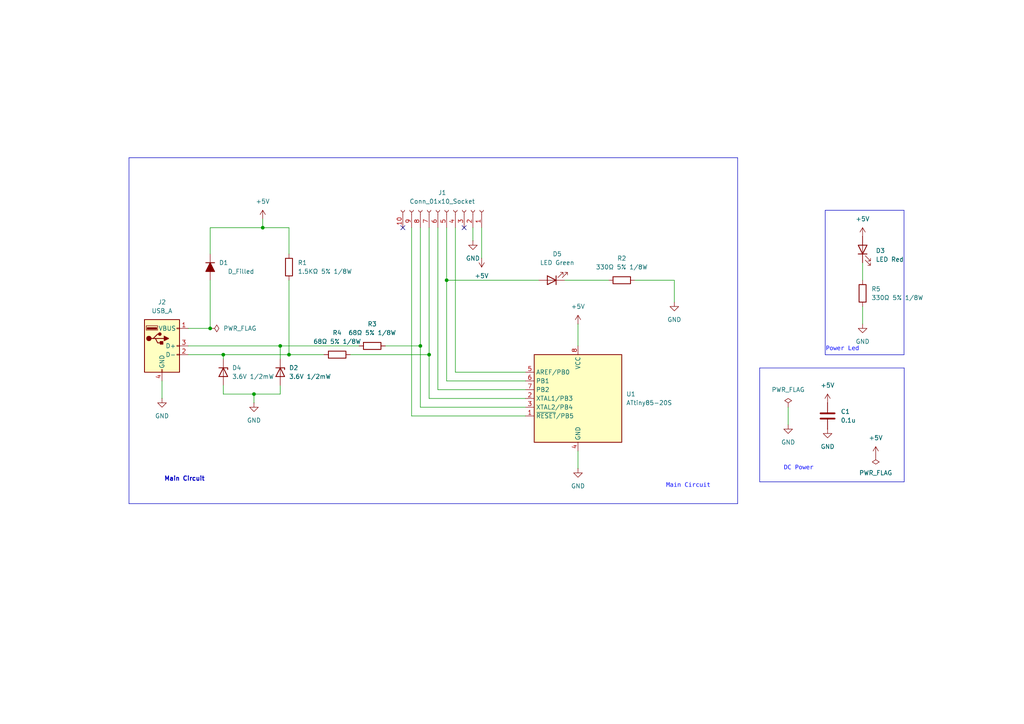
<source format=kicad_sch>
(kicad_sch
	(version 20250114)
	(generator "eeschema")
	(generator_version "9.0")
	(uuid "f2c20679-f28d-47ad-9191-2bfbde129570")
	(paper "A4")
	(title_block
		(date "2024-03-18")
		(rev "version Test2024")
		(company "UCC")
		(comment 1 "proyectoBase2024")
	)
	(lib_symbols
		(symbol "+5V_1"
			(power)
			(pin_names
				(offset 0)
			)
			(exclude_from_sim no)
			(in_bom yes)
			(on_board yes)
			(property "Reference" "#PWR"
				(at 0 -3.81 0)
				(effects
					(font
						(size 1.27 1.27)
					)
					(hide yes)
				)
			)
			(property "Value" "+5V_1"
				(at 0 3.556 0)
				(effects
					(font
						(size 1.27 1.27)
					)
				)
			)
			(property "Footprint" ""
				(at 0 0 0)
				(effects
					(font
						(size 1.27 1.27)
					)
					(hide yes)
				)
			)
			(property "Datasheet" ""
				(at 0 0 0)
				(effects
					(font
						(size 1.27 1.27)
					)
					(hide yes)
				)
			)
			(property "Description" "Power symbol creates a global label with name \"+5V\""
				(at 0 0 0)
				(effects
					(font
						(size 1.27 1.27)
					)
					(hide yes)
				)
			)
			(property "ki_keywords" "global power"
				(at 0 0 0)
				(effects
					(font
						(size 1.27 1.27)
					)
					(hide yes)
				)
			)
			(symbol "+5V_1_0_1"
				(polyline
					(pts
						(xy -0.762 1.27) (xy 0 2.54)
					)
					(stroke
						(width 0)
						(type default)
					)
					(fill
						(type none)
					)
				)
				(polyline
					(pts
						(xy 0 2.54) (xy 0.762 1.27)
					)
					(stroke
						(width 0)
						(type default)
					)
					(fill
						(type none)
					)
				)
				(polyline
					(pts
						(xy 0 0) (xy 0 2.54)
					)
					(stroke
						(width 0)
						(type default)
					)
					(fill
						(type none)
					)
				)
			)
			(symbol "+5V_1_1_1"
				(pin power_in line
					(at 0 0 90)
					(length 0)
					(hide yes)
					(name "+5V"
						(effects
							(font
								(size 1.27 1.27)
							)
						)
					)
					(number "1"
						(effects
							(font
								(size 1.27 1.27)
							)
						)
					)
				)
			)
			(embedded_fonts no)
		)
		(symbol "Connector:Conn_01x10_Socket"
			(pin_names
				(offset 1.016)
				(hide yes)
			)
			(exclude_from_sim no)
			(in_bom yes)
			(on_board yes)
			(property "Reference" "J"
				(at 0 12.7 0)
				(effects
					(font
						(size 1.27 1.27)
					)
				)
			)
			(property "Value" "Conn_01x10_Socket"
				(at 0 -15.24 0)
				(effects
					(font
						(size 1.27 1.27)
					)
				)
			)
			(property "Footprint" ""
				(at 0 0 0)
				(effects
					(font
						(size 1.27 1.27)
					)
					(hide yes)
				)
			)
			(property "Datasheet" "~"
				(at 0 0 0)
				(effects
					(font
						(size 1.27 1.27)
					)
					(hide yes)
				)
			)
			(property "Description" "Generic connector, single row, 01x10, script generated"
				(at 0 0 0)
				(effects
					(font
						(size 1.27 1.27)
					)
					(hide yes)
				)
			)
			(property "ki_locked" ""
				(at 0 0 0)
				(effects
					(font
						(size 1.27 1.27)
					)
				)
			)
			(property "ki_keywords" "connector"
				(at 0 0 0)
				(effects
					(font
						(size 1.27 1.27)
					)
					(hide yes)
				)
			)
			(property "ki_fp_filters" "Connector*:*_1x??_*"
				(at 0 0 0)
				(effects
					(font
						(size 1.27 1.27)
					)
					(hide yes)
				)
			)
			(symbol "Conn_01x10_Socket_1_1"
				(polyline
					(pts
						(xy -1.27 10.16) (xy -0.508 10.16)
					)
					(stroke
						(width 0.1524)
						(type default)
					)
					(fill
						(type none)
					)
				)
				(polyline
					(pts
						(xy -1.27 7.62) (xy -0.508 7.62)
					)
					(stroke
						(width 0.1524)
						(type default)
					)
					(fill
						(type none)
					)
				)
				(polyline
					(pts
						(xy -1.27 5.08) (xy -0.508 5.08)
					)
					(stroke
						(width 0.1524)
						(type default)
					)
					(fill
						(type none)
					)
				)
				(polyline
					(pts
						(xy -1.27 2.54) (xy -0.508 2.54)
					)
					(stroke
						(width 0.1524)
						(type default)
					)
					(fill
						(type none)
					)
				)
				(polyline
					(pts
						(xy -1.27 0) (xy -0.508 0)
					)
					(stroke
						(width 0.1524)
						(type default)
					)
					(fill
						(type none)
					)
				)
				(polyline
					(pts
						(xy -1.27 -2.54) (xy -0.508 -2.54)
					)
					(stroke
						(width 0.1524)
						(type default)
					)
					(fill
						(type none)
					)
				)
				(polyline
					(pts
						(xy -1.27 -5.08) (xy -0.508 -5.08)
					)
					(stroke
						(width 0.1524)
						(type default)
					)
					(fill
						(type none)
					)
				)
				(polyline
					(pts
						(xy -1.27 -7.62) (xy -0.508 -7.62)
					)
					(stroke
						(width 0.1524)
						(type default)
					)
					(fill
						(type none)
					)
				)
				(polyline
					(pts
						(xy -1.27 -10.16) (xy -0.508 -10.16)
					)
					(stroke
						(width 0.1524)
						(type default)
					)
					(fill
						(type none)
					)
				)
				(polyline
					(pts
						(xy -1.27 -12.7) (xy -0.508 -12.7)
					)
					(stroke
						(width 0.1524)
						(type default)
					)
					(fill
						(type none)
					)
				)
				(arc
					(start 0 9.652)
					(mid -0.5058 10.16)
					(end 0 10.668)
					(stroke
						(width 0.1524)
						(type default)
					)
					(fill
						(type none)
					)
				)
				(arc
					(start 0 7.112)
					(mid -0.5058 7.62)
					(end 0 8.128)
					(stroke
						(width 0.1524)
						(type default)
					)
					(fill
						(type none)
					)
				)
				(arc
					(start 0 4.572)
					(mid -0.5058 5.08)
					(end 0 5.588)
					(stroke
						(width 0.1524)
						(type default)
					)
					(fill
						(type none)
					)
				)
				(arc
					(start 0 2.032)
					(mid -0.5058 2.54)
					(end 0 3.048)
					(stroke
						(width 0.1524)
						(type default)
					)
					(fill
						(type none)
					)
				)
				(arc
					(start 0 -0.508)
					(mid -0.5058 0)
					(end 0 0.508)
					(stroke
						(width 0.1524)
						(type default)
					)
					(fill
						(type none)
					)
				)
				(arc
					(start 0 -3.048)
					(mid -0.5058 -2.54)
					(end 0 -2.032)
					(stroke
						(width 0.1524)
						(type default)
					)
					(fill
						(type none)
					)
				)
				(arc
					(start 0 -5.588)
					(mid -0.5058 -5.08)
					(end 0 -4.572)
					(stroke
						(width 0.1524)
						(type default)
					)
					(fill
						(type none)
					)
				)
				(arc
					(start 0 -8.128)
					(mid -0.5058 -7.62)
					(end 0 -7.112)
					(stroke
						(width 0.1524)
						(type default)
					)
					(fill
						(type none)
					)
				)
				(arc
					(start 0 -10.668)
					(mid -0.5058 -10.16)
					(end 0 -9.652)
					(stroke
						(width 0.1524)
						(type default)
					)
					(fill
						(type none)
					)
				)
				(arc
					(start 0 -13.208)
					(mid -0.5058 -12.7)
					(end 0 -12.192)
					(stroke
						(width 0.1524)
						(type default)
					)
					(fill
						(type none)
					)
				)
				(pin passive line
					(at -5.08 10.16 0)
					(length 3.81)
					(name "Pin_1"
						(effects
							(font
								(size 1.27 1.27)
							)
						)
					)
					(number "1"
						(effects
							(font
								(size 1.27 1.27)
							)
						)
					)
				)
				(pin passive line
					(at -5.08 7.62 0)
					(length 3.81)
					(name "Pin_2"
						(effects
							(font
								(size 1.27 1.27)
							)
						)
					)
					(number "2"
						(effects
							(font
								(size 1.27 1.27)
							)
						)
					)
				)
				(pin passive line
					(at -5.08 5.08 0)
					(length 3.81)
					(name "Pin_3"
						(effects
							(font
								(size 1.27 1.27)
							)
						)
					)
					(number "3"
						(effects
							(font
								(size 1.27 1.27)
							)
						)
					)
				)
				(pin passive line
					(at -5.08 2.54 0)
					(length 3.81)
					(name "Pin_4"
						(effects
							(font
								(size 1.27 1.27)
							)
						)
					)
					(number "4"
						(effects
							(font
								(size 1.27 1.27)
							)
						)
					)
				)
				(pin passive line
					(at -5.08 0 0)
					(length 3.81)
					(name "Pin_5"
						(effects
							(font
								(size 1.27 1.27)
							)
						)
					)
					(number "5"
						(effects
							(font
								(size 1.27 1.27)
							)
						)
					)
				)
				(pin passive line
					(at -5.08 -2.54 0)
					(length 3.81)
					(name "Pin_6"
						(effects
							(font
								(size 1.27 1.27)
							)
						)
					)
					(number "6"
						(effects
							(font
								(size 1.27 1.27)
							)
						)
					)
				)
				(pin passive line
					(at -5.08 -5.08 0)
					(length 3.81)
					(name "Pin_7"
						(effects
							(font
								(size 1.27 1.27)
							)
						)
					)
					(number "7"
						(effects
							(font
								(size 1.27 1.27)
							)
						)
					)
				)
				(pin passive line
					(at -5.08 -7.62 0)
					(length 3.81)
					(name "Pin_8"
						(effects
							(font
								(size 1.27 1.27)
							)
						)
					)
					(number "8"
						(effects
							(font
								(size 1.27 1.27)
							)
						)
					)
				)
				(pin passive line
					(at -5.08 -10.16 0)
					(length 3.81)
					(name "Pin_9"
						(effects
							(font
								(size 1.27 1.27)
							)
						)
					)
					(number "9"
						(effects
							(font
								(size 1.27 1.27)
							)
						)
					)
				)
				(pin passive line
					(at -5.08 -12.7 0)
					(length 3.81)
					(name "Pin_10"
						(effects
							(font
								(size 1.27 1.27)
							)
						)
					)
					(number "10"
						(effects
							(font
								(size 1.27 1.27)
							)
						)
					)
				)
			)
			(embedded_fonts no)
		)
		(symbol "Connector:USB_A"
			(pin_names
				(offset 1.016)
			)
			(exclude_from_sim no)
			(in_bom yes)
			(on_board yes)
			(property "Reference" "J2"
				(at 0 12.7 0)
				(effects
					(font
						(size 1.27 1.27)
					)
				)
			)
			(property "Value" "USB_A"
				(at 0 10.16 0)
				(effects
					(font
						(size 1.27 1.27)
					)
				)
			)
			(property "Footprint" ""
				(at 3.81 -1.27 0)
				(effects
					(font
						(size 1.27 1.27)
					)
					(hide yes)
				)
			)
			(property "Datasheet" "~"
				(at 3.81 -1.27 0)
				(effects
					(font
						(size 1.27 1.27)
					)
					(hide yes)
				)
			)
			(property "Description" "USB Type A connector"
				(at 0 0 0)
				(effects
					(font
						(size 1.27 1.27)
					)
					(hide yes)
				)
			)
			(property "ki_keywords" "connector USB"
				(at 0 0 0)
				(effects
					(font
						(size 1.27 1.27)
					)
					(hide yes)
				)
			)
			(property "ki_fp_filters" "USB*"
				(at 0 0 0)
				(effects
					(font
						(size 1.27 1.27)
					)
					(hide yes)
				)
			)
			(symbol "USB_A_0_1"
				(rectangle
					(start -5.08 -7.62)
					(end 5.08 7.62)
					(stroke
						(width 0.254)
						(type default)
					)
					(fill
						(type background)
					)
				)
				(circle
					(center -3.81 2.159)
					(radius 0.635)
					(stroke
						(width 0.254)
						(type default)
					)
					(fill
						(type outline)
					)
				)
				(polyline
					(pts
						(xy -3.175 2.159) (xy -2.54 2.159) (xy -1.27 3.429) (xy -0.635 3.429)
					)
					(stroke
						(width 0.254)
						(type default)
					)
					(fill
						(type none)
					)
				)
				(polyline
					(pts
						(xy -2.54 2.159) (xy -1.905 2.159) (xy -1.27 0.889) (xy 0 0.889)
					)
					(stroke
						(width 0.254)
						(type default)
					)
					(fill
						(type none)
					)
				)
				(rectangle
					(start -1.524 4.826)
					(end -4.318 5.334)
					(stroke
						(width 0)
						(type default)
					)
					(fill
						(type outline)
					)
				)
				(rectangle
					(start -1.27 4.572)
					(end -4.572 5.842)
					(stroke
						(width 0)
						(type default)
					)
					(fill
						(type none)
					)
				)
				(circle
					(center -0.635 3.429)
					(radius 0.381)
					(stroke
						(width 0.254)
						(type default)
					)
					(fill
						(type outline)
					)
				)
				(rectangle
					(start -0.127 -7.62)
					(end 0.127 -6.858)
					(stroke
						(width 0)
						(type default)
					)
					(fill
						(type none)
					)
				)
				(rectangle
					(start 0.254 1.27)
					(end -0.508 0.508)
					(stroke
						(width 0.254)
						(type default)
					)
					(fill
						(type outline)
					)
				)
				(polyline
					(pts
						(xy 0.635 2.794) (xy 0.635 1.524) (xy 1.905 2.159) (xy 0.635 2.794)
					)
					(stroke
						(width 0.254)
						(type default)
					)
					(fill
						(type outline)
					)
				)
				(rectangle
					(start 5.08 4.953)
					(end 4.318 5.207)
					(stroke
						(width 0)
						(type default)
					)
					(fill
						(type none)
					)
				)
				(rectangle
					(start 5.08 -0.127)
					(end 4.318 0.127)
					(stroke
						(width 0)
						(type default)
					)
					(fill
						(type none)
					)
				)
				(rectangle
					(start 5.08 -2.667)
					(end 4.318 -2.413)
					(stroke
						(width 0)
						(type default)
					)
					(fill
						(type none)
					)
				)
			)
			(symbol "USB_A_1_1"
				(polyline
					(pts
						(xy -1.905 2.159) (xy 0.635 2.159)
					)
					(stroke
						(width 0.254)
						(type default)
					)
					(fill
						(type none)
					)
				)
				(pin power_in line
					(at 0 -10.16 90)
					(length 2.54)
					(name "GND"
						(effects
							(font
								(size 1.27 1.27)
							)
						)
					)
					(number "4"
						(effects
							(font
								(size 1.27 1.27)
							)
						)
					)
				)
				(pin power_in line
					(at 7.62 5.08 180)
					(length 2.54)
					(name "VBUS"
						(effects
							(font
								(size 1.27 1.27)
							)
						)
					)
					(number "1"
						(effects
							(font
								(size 1.27 1.27)
							)
						)
					)
				)
				(pin bidirectional line
					(at 7.62 0 180)
					(length 2.54)
					(name "D+"
						(effects
							(font
								(size 1.27 1.27)
							)
						)
					)
					(number "3"
						(effects
							(font
								(size 1.27 1.27)
							)
						)
					)
				)
				(pin bidirectional line
					(at 7.62 -2.54 180)
					(length 2.54)
					(name "D-"
						(effects
							(font
								(size 1.27 1.27)
							)
						)
					)
					(number "2"
						(effects
							(font
								(size 1.27 1.27)
							)
						)
					)
				)
			)
			(embedded_fonts no)
		)
		(symbol "D_Filled_1"
			(pin_numbers
				(hide yes)
			)
			(pin_names
				(offset 1.016)
				(hide yes)
			)
			(exclude_from_sim no)
			(in_bom yes)
			(on_board yes)
			(property "Reference" "D"
				(at 0 2.54 0)
				(effects
					(font
						(size 1.27 1.27)
					)
				)
			)
			(property "Value" "D_Filled"
				(at 0 -2.54 0)
				(effects
					(font
						(size 1.27 1.27)
					)
				)
			)
			(property "Footprint" ""
				(at 0 0 0)
				(effects
					(font
						(size 1.27 1.27)
					)
					(hide yes)
				)
			)
			(property "Datasheet" "~"
				(at 0 0 0)
				(effects
					(font
						(size 1.27 1.27)
					)
					(hide yes)
				)
			)
			(property "Description" "Diode, filled shape"
				(at 0 0 0)
				(effects
					(font
						(size 1.27 1.27)
					)
					(hide yes)
				)
			)
			(property "Sim.Device" "D"
				(at 0 0 0)
				(effects
					(font
						(size 1.27 1.27)
					)
					(hide yes)
				)
			)
			(property "Sim.Pins" "1=K 2=A"
				(at 0 0 0)
				(effects
					(font
						(size 1.27 1.27)
					)
					(hide yes)
				)
			)
			(property "ki_keywords" "diode"
				(at 0 0 0)
				(effects
					(font
						(size 1.27 1.27)
					)
					(hide yes)
				)
			)
			(property "ki_fp_filters" "TO-???* *_Diode_* *SingleDiode* D_*"
				(at 0 0 0)
				(effects
					(font
						(size 1.27 1.27)
					)
					(hide yes)
				)
			)
			(symbol "D_Filled_1_0_1"
				(polyline
					(pts
						(xy -1.27 1.27) (xy -1.27 -1.27)
					)
					(stroke
						(width 0.254)
						(type default)
					)
					(fill
						(type none)
					)
				)
				(polyline
					(pts
						(xy 1.27 1.27) (xy 1.27 -1.27) (xy -1.27 0) (xy 1.27 1.27)
					)
					(stroke
						(width 0.254)
						(type default)
					)
					(fill
						(type outline)
					)
				)
				(polyline
					(pts
						(xy 1.27 0) (xy -1.27 0)
					)
					(stroke
						(width 0)
						(type default)
					)
					(fill
						(type none)
					)
				)
			)
			(symbol "D_Filled_1_1_1"
				(pin passive line
					(at -3.81 0 0)
					(length 2.54)
					(name "K"
						(effects
							(font
								(size 1.27 1.27)
							)
						)
					)
					(number "1"
						(effects
							(font
								(size 1.27 1.27)
							)
						)
					)
				)
				(pin passive line
					(at 3.81 0 180)
					(length 2.54)
					(name "A"
						(effects
							(font
								(size 1.27 1.27)
							)
						)
					)
					(number "2"
						(effects
							(font
								(size 1.27 1.27)
							)
						)
					)
				)
			)
			(embedded_fonts no)
		)
		(symbol "Device:C"
			(pin_numbers
				(hide yes)
			)
			(pin_names
				(offset 0.254)
			)
			(exclude_from_sim no)
			(in_bom yes)
			(on_board yes)
			(property "Reference" "C"
				(at 0.635 2.54 0)
				(effects
					(font
						(size 1.27 1.27)
					)
					(justify left)
				)
			)
			(property "Value" "C"
				(at 0.635 -2.54 0)
				(effects
					(font
						(size 1.27 1.27)
					)
					(justify left)
				)
			)
			(property "Footprint" ""
				(at 0.9652 -3.81 0)
				(effects
					(font
						(size 1.27 1.27)
					)
					(hide yes)
				)
			)
			(property "Datasheet" "~"
				(at 0 0 0)
				(effects
					(font
						(size 1.27 1.27)
					)
					(hide yes)
				)
			)
			(property "Description" "Unpolarized capacitor"
				(at 0 0 0)
				(effects
					(font
						(size 1.27 1.27)
					)
					(hide yes)
				)
			)
			(property "ki_keywords" "cap capacitor"
				(at 0 0 0)
				(effects
					(font
						(size 1.27 1.27)
					)
					(hide yes)
				)
			)
			(property "ki_fp_filters" "C_*"
				(at 0 0 0)
				(effects
					(font
						(size 1.27 1.27)
					)
					(hide yes)
				)
			)
			(symbol "C_0_1"
				(polyline
					(pts
						(xy -2.032 0.762) (xy 2.032 0.762)
					)
					(stroke
						(width 0.508)
						(type default)
					)
					(fill
						(type none)
					)
				)
				(polyline
					(pts
						(xy -2.032 -0.762) (xy 2.032 -0.762)
					)
					(stroke
						(width 0.508)
						(type default)
					)
					(fill
						(type none)
					)
				)
			)
			(symbol "C_1_1"
				(pin passive line
					(at 0 3.81 270)
					(length 2.794)
					(name "~"
						(effects
							(font
								(size 1.27 1.27)
							)
						)
					)
					(number "1"
						(effects
							(font
								(size 1.27 1.27)
							)
						)
					)
				)
				(pin passive line
					(at 0 -3.81 90)
					(length 2.794)
					(name "~"
						(effects
							(font
								(size 1.27 1.27)
							)
						)
					)
					(number "2"
						(effects
							(font
								(size 1.27 1.27)
							)
						)
					)
				)
			)
			(embedded_fonts no)
		)
		(symbol "Device:D_Zener"
			(pin_numbers
				(hide yes)
			)
			(pin_names
				(offset 1.016)
				(hide yes)
			)
			(exclude_from_sim no)
			(in_bom yes)
			(on_board yes)
			(property "Reference" "D"
				(at 0 2.54 0)
				(effects
					(font
						(size 1.27 1.27)
					)
				)
			)
			(property "Value" "D_Zener"
				(at 0 -2.54 0)
				(effects
					(font
						(size 1.27 1.27)
					)
				)
			)
			(property "Footprint" ""
				(at 0 0 0)
				(effects
					(font
						(size 1.27 1.27)
					)
					(hide yes)
				)
			)
			(property "Datasheet" "~"
				(at 0 0 0)
				(effects
					(font
						(size 1.27 1.27)
					)
					(hide yes)
				)
			)
			(property "Description" "Zener diode"
				(at 0 0 0)
				(effects
					(font
						(size 1.27 1.27)
					)
					(hide yes)
				)
			)
			(property "ki_keywords" "diode"
				(at 0 0 0)
				(effects
					(font
						(size 1.27 1.27)
					)
					(hide yes)
				)
			)
			(property "ki_fp_filters" "TO-???* *_Diode_* *SingleDiode* D_*"
				(at 0 0 0)
				(effects
					(font
						(size 1.27 1.27)
					)
					(hide yes)
				)
			)
			(symbol "D_Zener_0_1"
				(polyline
					(pts
						(xy -1.27 -1.27) (xy -1.27 1.27) (xy -0.762 1.27)
					)
					(stroke
						(width 0.254)
						(type default)
					)
					(fill
						(type none)
					)
				)
				(polyline
					(pts
						(xy 1.27 0) (xy -1.27 0)
					)
					(stroke
						(width 0)
						(type default)
					)
					(fill
						(type none)
					)
				)
				(polyline
					(pts
						(xy 1.27 -1.27) (xy 1.27 1.27) (xy -1.27 0) (xy 1.27 -1.27)
					)
					(stroke
						(width 0.254)
						(type default)
					)
					(fill
						(type none)
					)
				)
			)
			(symbol "D_Zener_1_1"
				(pin passive line
					(at -3.81 0 0)
					(length 2.54)
					(name "K"
						(effects
							(font
								(size 1.27 1.27)
							)
						)
					)
					(number "1"
						(effects
							(font
								(size 1.27 1.27)
							)
						)
					)
				)
				(pin passive line
					(at 3.81 0 180)
					(length 2.54)
					(name "A"
						(effects
							(font
								(size 1.27 1.27)
							)
						)
					)
					(number "2"
						(effects
							(font
								(size 1.27 1.27)
							)
						)
					)
				)
			)
			(embedded_fonts no)
		)
		(symbol "Device:LED"
			(pin_numbers
				(hide yes)
			)
			(pin_names
				(offset 1.016)
				(hide yes)
			)
			(exclude_from_sim no)
			(in_bom yes)
			(on_board yes)
			(property "Reference" "D"
				(at 0 2.54 0)
				(effects
					(font
						(size 1.27 1.27)
					)
				)
			)
			(property "Value" "LED"
				(at 0 -2.54 0)
				(effects
					(font
						(size 1.27 1.27)
					)
				)
			)
			(property "Footprint" ""
				(at 0 0 0)
				(effects
					(font
						(size 1.27 1.27)
					)
					(hide yes)
				)
			)
			(property "Datasheet" "~"
				(at 0 0 0)
				(effects
					(font
						(size 1.27 1.27)
					)
					(hide yes)
				)
			)
			(property "Description" "Light emitting diode"
				(at 0 0 0)
				(effects
					(font
						(size 1.27 1.27)
					)
					(hide yes)
				)
			)
			(property "ki_keywords" "LED diode"
				(at 0 0 0)
				(effects
					(font
						(size 1.27 1.27)
					)
					(hide yes)
				)
			)
			(property "ki_fp_filters" "LED* LED_SMD:* LED_THT:*"
				(at 0 0 0)
				(effects
					(font
						(size 1.27 1.27)
					)
					(hide yes)
				)
			)
			(symbol "LED_0_1"
				(polyline
					(pts
						(xy -3.048 -0.762) (xy -4.572 -2.286) (xy -3.81 -2.286) (xy -4.572 -2.286) (xy -4.572 -1.524)
					)
					(stroke
						(width 0)
						(type default)
					)
					(fill
						(type none)
					)
				)
				(polyline
					(pts
						(xy -1.778 -0.762) (xy -3.302 -2.286) (xy -2.54 -2.286) (xy -3.302 -2.286) (xy -3.302 -1.524)
					)
					(stroke
						(width 0)
						(type default)
					)
					(fill
						(type none)
					)
				)
				(polyline
					(pts
						(xy -1.27 0) (xy 1.27 0)
					)
					(stroke
						(width 0)
						(type default)
					)
					(fill
						(type none)
					)
				)
				(polyline
					(pts
						(xy -1.27 -1.27) (xy -1.27 1.27)
					)
					(stroke
						(width 0.254)
						(type default)
					)
					(fill
						(type none)
					)
				)
				(polyline
					(pts
						(xy 1.27 -1.27) (xy 1.27 1.27) (xy -1.27 0) (xy 1.27 -1.27)
					)
					(stroke
						(width 0.254)
						(type default)
					)
					(fill
						(type none)
					)
				)
			)
			(symbol "LED_1_1"
				(pin passive line
					(at -3.81 0 0)
					(length 2.54)
					(name "K"
						(effects
							(font
								(size 1.27 1.27)
							)
						)
					)
					(number "1"
						(effects
							(font
								(size 1.27 1.27)
							)
						)
					)
				)
				(pin passive line
					(at 3.81 0 180)
					(length 2.54)
					(name "A"
						(effects
							(font
								(size 1.27 1.27)
							)
						)
					)
					(number "2"
						(effects
							(font
								(size 1.27 1.27)
							)
						)
					)
				)
			)
			(embedded_fonts no)
		)
		(symbol "Device:R"
			(pin_numbers
				(hide yes)
			)
			(pin_names
				(offset 0)
			)
			(exclude_from_sim no)
			(in_bom yes)
			(on_board yes)
			(property "Reference" "R"
				(at 2.032 0 90)
				(effects
					(font
						(size 1.27 1.27)
					)
				)
			)
			(property "Value" "R"
				(at 0 0 90)
				(effects
					(font
						(size 1.27 1.27)
					)
				)
			)
			(property "Footprint" ""
				(at -1.778 0 90)
				(effects
					(font
						(size 1.27 1.27)
					)
					(hide yes)
				)
			)
			(property "Datasheet" "~"
				(at 0 0 0)
				(effects
					(font
						(size 1.27 1.27)
					)
					(hide yes)
				)
			)
			(property "Description" "Resistor"
				(at 0 0 0)
				(effects
					(font
						(size 1.27 1.27)
					)
					(hide yes)
				)
			)
			(property "ki_keywords" "R res resistor"
				(at 0 0 0)
				(effects
					(font
						(size 1.27 1.27)
					)
					(hide yes)
				)
			)
			(property "ki_fp_filters" "R_*"
				(at 0 0 0)
				(effects
					(font
						(size 1.27 1.27)
					)
					(hide yes)
				)
			)
			(symbol "R_0_1"
				(rectangle
					(start -1.016 -2.54)
					(end 1.016 2.54)
					(stroke
						(width 0.254)
						(type default)
					)
					(fill
						(type none)
					)
				)
			)
			(symbol "R_1_1"
				(pin passive line
					(at 0 3.81 270)
					(length 1.27)
					(name "~"
						(effects
							(font
								(size 1.27 1.27)
							)
						)
					)
					(number "1"
						(effects
							(font
								(size 1.27 1.27)
							)
						)
					)
				)
				(pin passive line
					(at 0 -3.81 90)
					(length 1.27)
					(name "~"
						(effects
							(font
								(size 1.27 1.27)
							)
						)
					)
					(number "2"
						(effects
							(font
								(size 1.27 1.27)
							)
						)
					)
				)
			)
			(embedded_fonts no)
		)
		(symbol "GND_1"
			(power)
			(pin_names
				(offset 0)
			)
			(exclude_from_sim no)
			(in_bom yes)
			(on_board yes)
			(property "Reference" "#PWR"
				(at 0 -6.35 0)
				(effects
					(font
						(size 1.27 1.27)
					)
					(hide yes)
				)
			)
			(property "Value" "GND_1"
				(at 0 -3.81 0)
				(effects
					(font
						(size 1.27 1.27)
					)
				)
			)
			(property "Footprint" ""
				(at 0 0 0)
				(effects
					(font
						(size 1.27 1.27)
					)
					(hide yes)
				)
			)
			(property "Datasheet" ""
				(at 0 0 0)
				(effects
					(font
						(size 1.27 1.27)
					)
					(hide yes)
				)
			)
			(property "Description" "Power symbol creates a global label with name \"GND\" , ground"
				(at 0 0 0)
				(effects
					(font
						(size 1.27 1.27)
					)
					(hide yes)
				)
			)
			(property "ki_keywords" "global power"
				(at 0 0 0)
				(effects
					(font
						(size 1.27 1.27)
					)
					(hide yes)
				)
			)
			(symbol "GND_1_0_1"
				(polyline
					(pts
						(xy 0 0) (xy 0 -1.27) (xy 1.27 -1.27) (xy 0 -2.54) (xy -1.27 -1.27) (xy 0 -1.27)
					)
					(stroke
						(width 0)
						(type default)
					)
					(fill
						(type none)
					)
				)
			)
			(symbol "GND_1_1_1"
				(pin power_in line
					(at 0 0 270)
					(length 0)
					(hide yes)
					(name "GND"
						(effects
							(font
								(size 1.27 1.27)
							)
						)
					)
					(number "1"
						(effects
							(font
								(size 1.27 1.27)
							)
						)
					)
				)
			)
			(embedded_fonts no)
		)
		(symbol "LED_1"
			(pin_numbers
				(hide yes)
			)
			(pin_names
				(offset 1.016)
				(hide yes)
			)
			(exclude_from_sim no)
			(in_bom yes)
			(on_board yes)
			(property "Reference" "D"
				(at 0 2.54 0)
				(effects
					(font
						(size 1.27 1.27)
					)
				)
			)
			(property "Value" "LED"
				(at 0 -2.54 0)
				(effects
					(font
						(size 1.27 1.27)
					)
				)
			)
			(property "Footprint" ""
				(at 0 0 0)
				(effects
					(font
						(size 1.27 1.27)
					)
					(hide yes)
				)
			)
			(property "Datasheet" "~"
				(at 0 0 0)
				(effects
					(font
						(size 1.27 1.27)
					)
					(hide yes)
				)
			)
			(property "Description" "Light emitting diode"
				(at 0 0 0)
				(effects
					(font
						(size 1.27 1.27)
					)
					(hide yes)
				)
			)
			(property "Sim.Pins" "1=K 2=A"
				(at 0 0 0)
				(effects
					(font
						(size 1.27 1.27)
					)
					(hide yes)
				)
			)
			(property "ki_keywords" "LED diode"
				(at 0 0 0)
				(effects
					(font
						(size 1.27 1.27)
					)
					(hide yes)
				)
			)
			(property "ki_fp_filters" "LED* LED_SMD:* LED_THT:*"
				(at 0 0 0)
				(effects
					(font
						(size 1.27 1.27)
					)
					(hide yes)
				)
			)
			(symbol "LED_1_0_1"
				(polyline
					(pts
						(xy -3.048 -0.762) (xy -4.572 -2.286) (xy -3.81 -2.286) (xy -4.572 -2.286) (xy -4.572 -1.524)
					)
					(stroke
						(width 0)
						(type default)
					)
					(fill
						(type none)
					)
				)
				(polyline
					(pts
						(xy -1.778 -0.762) (xy -3.302 -2.286) (xy -2.54 -2.286) (xy -3.302 -2.286) (xy -3.302 -1.524)
					)
					(stroke
						(width 0)
						(type default)
					)
					(fill
						(type none)
					)
				)
				(polyline
					(pts
						(xy -1.27 0) (xy 1.27 0)
					)
					(stroke
						(width 0)
						(type default)
					)
					(fill
						(type none)
					)
				)
				(polyline
					(pts
						(xy -1.27 -1.27) (xy -1.27 1.27)
					)
					(stroke
						(width 0.254)
						(type default)
					)
					(fill
						(type none)
					)
				)
				(polyline
					(pts
						(xy 1.27 -1.27) (xy 1.27 1.27) (xy -1.27 0) (xy 1.27 -1.27)
					)
					(stroke
						(width 0.254)
						(type default)
					)
					(fill
						(type none)
					)
				)
			)
			(symbol "LED_1_1_1"
				(pin passive line
					(at -3.81 0 0)
					(length 2.54)
					(name "K"
						(effects
							(font
								(size 1.27 1.27)
							)
						)
					)
					(number "1"
						(effects
							(font
								(size 1.27 1.27)
							)
						)
					)
				)
				(pin passive line
					(at 3.81 0 180)
					(length 2.54)
					(name "A"
						(effects
							(font
								(size 1.27 1.27)
							)
						)
					)
					(number "2"
						(effects
							(font
								(size 1.27 1.27)
							)
						)
					)
				)
			)
			(embedded_fonts no)
		)
		(symbol "MCU_Microchip_ATtiny:ATtiny85-20S"
			(exclude_from_sim no)
			(in_bom yes)
			(on_board yes)
			(property "Reference" "U"
				(at -12.7 13.97 0)
				(effects
					(font
						(size 1.27 1.27)
					)
					(justify left bottom)
				)
			)
			(property "Value" "ATtiny85-20S"
				(at 2.54 -13.97 0)
				(effects
					(font
						(size 1.27 1.27)
					)
					(justify left top)
				)
			)
			(property "Footprint" "Package_SO:SOIC-8W_5.3x5.3mm_P1.27mm"
				(at 0 0 0)
				(effects
					(font
						(size 1.27 1.27)
						(italic yes)
					)
					(hide yes)
				)
			)
			(property "Datasheet" "http://ww1.microchip.com/downloads/en/DeviceDoc/atmel-2586-avr-8-bit-microcontroller-attiny25-attiny45-attiny85_datasheet.pdf"
				(at 0 0 0)
				(effects
					(font
						(size 1.27 1.27)
					)
					(hide yes)
				)
			)
			(property "Description" "20MHz, 8kB Flash, 512B SRAM, 512B EEPROM, debugWIRE, SOIC-8W"
				(at 0 0 0)
				(effects
					(font
						(size 1.27 1.27)
					)
					(hide yes)
				)
			)
			(property "ki_keywords" "AVR 8bit Microcontroller tinyAVR"
				(at 0 0 0)
				(effects
					(font
						(size 1.27 1.27)
					)
					(hide yes)
				)
			)
			(property "ki_fp_filters" "SOIC*5.3x5.3mm*P1.27mm*"
				(at 0 0 0)
				(effects
					(font
						(size 1.27 1.27)
					)
					(hide yes)
				)
			)
			(symbol "ATtiny85-20S_0_1"
				(rectangle
					(start -12.7 -12.7)
					(end 12.7 12.7)
					(stroke
						(width 0.254)
						(type default)
					)
					(fill
						(type background)
					)
				)
			)
			(symbol "ATtiny85-20S_1_1"
				(pin power_in line
					(at 0 15.24 270)
					(length 2.54)
					(name "VCC"
						(effects
							(font
								(size 1.27 1.27)
							)
						)
					)
					(number "8"
						(effects
							(font
								(size 1.27 1.27)
							)
						)
					)
				)
				(pin power_in line
					(at 0 -15.24 90)
					(length 2.54)
					(name "GND"
						(effects
							(font
								(size 1.27 1.27)
							)
						)
					)
					(number "4"
						(effects
							(font
								(size 1.27 1.27)
							)
						)
					)
				)
				(pin bidirectional line
					(at 15.24 7.62 180)
					(length 2.54)
					(name "AREF/PB0"
						(effects
							(font
								(size 1.27 1.27)
							)
						)
					)
					(number "5"
						(effects
							(font
								(size 1.27 1.27)
							)
						)
					)
				)
				(pin bidirectional line
					(at 15.24 5.08 180)
					(length 2.54)
					(name "PB1"
						(effects
							(font
								(size 1.27 1.27)
							)
						)
					)
					(number "6"
						(effects
							(font
								(size 1.27 1.27)
							)
						)
					)
				)
				(pin bidirectional line
					(at 15.24 2.54 180)
					(length 2.54)
					(name "PB2"
						(effects
							(font
								(size 1.27 1.27)
							)
						)
					)
					(number "7"
						(effects
							(font
								(size 1.27 1.27)
							)
						)
					)
				)
				(pin bidirectional line
					(at 15.24 0 180)
					(length 2.54)
					(name "XTAL1/PB3"
						(effects
							(font
								(size 1.27 1.27)
							)
						)
					)
					(number "2"
						(effects
							(font
								(size 1.27 1.27)
							)
						)
					)
				)
				(pin bidirectional line
					(at 15.24 -2.54 180)
					(length 2.54)
					(name "XTAL2/PB4"
						(effects
							(font
								(size 1.27 1.27)
							)
						)
					)
					(number "3"
						(effects
							(font
								(size 1.27 1.27)
							)
						)
					)
				)
				(pin bidirectional line
					(at 15.24 -5.08 180)
					(length 2.54)
					(name "~{RESET}/PB5"
						(effects
							(font
								(size 1.27 1.27)
							)
						)
					)
					(number "1"
						(effects
							(font
								(size 1.27 1.27)
							)
						)
					)
				)
			)
			(embedded_fonts no)
		)
		(symbol "PWR_FLAG_1"
			(power)
			(pin_numbers
				(hide yes)
			)
			(pin_names
				(offset 0)
				(hide yes)
			)
			(exclude_from_sim no)
			(in_bom yes)
			(on_board yes)
			(property "Reference" "#FLG"
				(at 0 1.905 0)
				(effects
					(font
						(size 1.27 1.27)
					)
					(hide yes)
				)
			)
			(property "Value" "PWR_FLAG_1"
				(at 0 3.81 0)
				(effects
					(font
						(size 1.27 1.27)
					)
				)
			)
			(property "Footprint" ""
				(at 0 0 0)
				(effects
					(font
						(size 1.27 1.27)
					)
					(hide yes)
				)
			)
			(property "Datasheet" "~"
				(at 0 0 0)
				(effects
					(font
						(size 1.27 1.27)
					)
					(hide yes)
				)
			)
			(property "Description" "Special symbol for telling ERC where power comes from"
				(at 0 0 0)
				(effects
					(font
						(size 1.27 1.27)
					)
					(hide yes)
				)
			)
			(property "ki_keywords" "flag power"
				(at 0 0 0)
				(effects
					(font
						(size 1.27 1.27)
					)
					(hide yes)
				)
			)
			(symbol "PWR_FLAG_1_0_0"
				(pin power_out line
					(at 0 0 90)
					(length 0)
					(name "pwr"
						(effects
							(font
								(size 1.27 1.27)
							)
						)
					)
					(number "1"
						(effects
							(font
								(size 1.27 1.27)
							)
						)
					)
				)
			)
			(symbol "PWR_FLAG_1_0_1"
				(polyline
					(pts
						(xy 0 0) (xy 0 1.27) (xy -1.016 1.905) (xy 0 2.54) (xy 1.016 1.905) (xy 0 1.27)
					)
					(stroke
						(width 0)
						(type default)
					)
					(fill
						(type none)
					)
				)
			)
			(embedded_fonts no)
		)
		(symbol "power:+5V"
			(power)
			(pin_numbers
				(hide yes)
			)
			(pin_names
				(offset 0)
				(hide yes)
			)
			(exclude_from_sim no)
			(in_bom yes)
			(on_board yes)
			(property "Reference" "#PWR"
				(at 0 -3.81 0)
				(effects
					(font
						(size 1.27 1.27)
					)
					(hide yes)
				)
			)
			(property "Value" "+5V"
				(at 0 3.556 0)
				(effects
					(font
						(size 1.27 1.27)
					)
				)
			)
			(property "Footprint" ""
				(at 0 0 0)
				(effects
					(font
						(size 1.27 1.27)
					)
					(hide yes)
				)
			)
			(property "Datasheet" ""
				(at 0 0 0)
				(effects
					(font
						(size 1.27 1.27)
					)
					(hide yes)
				)
			)
			(property "Description" "Power symbol creates a global label with name \"+5V\""
				(at 0 0 0)
				(effects
					(font
						(size 1.27 1.27)
					)
					(hide yes)
				)
			)
			(property "ki_keywords" "global power"
				(at 0 0 0)
				(effects
					(font
						(size 1.27 1.27)
					)
					(hide yes)
				)
			)
			(symbol "+5V_0_1"
				(polyline
					(pts
						(xy -0.762 1.27) (xy 0 2.54)
					)
					(stroke
						(width 0)
						(type default)
					)
					(fill
						(type none)
					)
				)
				(polyline
					(pts
						(xy 0 2.54) (xy 0.762 1.27)
					)
					(stroke
						(width 0)
						(type default)
					)
					(fill
						(type none)
					)
				)
				(polyline
					(pts
						(xy 0 0) (xy 0 2.54)
					)
					(stroke
						(width 0)
						(type default)
					)
					(fill
						(type none)
					)
				)
			)
			(symbol "+5V_1_1"
				(pin power_in line
					(at 0 0 90)
					(length 0)
					(name "~"
						(effects
							(font
								(size 1.27 1.27)
							)
						)
					)
					(number "1"
						(effects
							(font
								(size 1.27 1.27)
							)
						)
					)
				)
			)
			(embedded_fonts no)
		)
		(symbol "power:GND"
			(power)
			(pin_numbers
				(hide yes)
			)
			(pin_names
				(offset 0)
				(hide yes)
			)
			(exclude_from_sim no)
			(in_bom yes)
			(on_board yes)
			(property "Reference" "#PWR"
				(at 0 -6.35 0)
				(effects
					(font
						(size 1.27 1.27)
					)
					(hide yes)
				)
			)
			(property "Value" "GND"
				(at 0 -3.81 0)
				(effects
					(font
						(size 1.27 1.27)
					)
				)
			)
			(property "Footprint" ""
				(at 0 0 0)
				(effects
					(font
						(size 1.27 1.27)
					)
					(hide yes)
				)
			)
			(property "Datasheet" ""
				(at 0 0 0)
				(effects
					(font
						(size 1.27 1.27)
					)
					(hide yes)
				)
			)
			(property "Description" "Power symbol creates a global label with name \"GND\" , ground"
				(at 0 0 0)
				(effects
					(font
						(size 1.27 1.27)
					)
					(hide yes)
				)
			)
			(property "ki_keywords" "global power"
				(at 0 0 0)
				(effects
					(font
						(size 1.27 1.27)
					)
					(hide yes)
				)
			)
			(symbol "GND_0_1"
				(polyline
					(pts
						(xy 0 0) (xy 0 -1.27) (xy 1.27 -1.27) (xy 0 -2.54) (xy -1.27 -1.27) (xy 0 -1.27)
					)
					(stroke
						(width 0)
						(type default)
					)
					(fill
						(type none)
					)
				)
			)
			(symbol "GND_1_1"
				(pin power_in line
					(at 0 0 270)
					(length 0)
					(name "~"
						(effects
							(font
								(size 1.27 1.27)
							)
						)
					)
					(number "1"
						(effects
							(font
								(size 1.27 1.27)
							)
						)
					)
				)
			)
			(embedded_fonts no)
		)
		(symbol "power:PWR_FLAG"
			(power)
			(pin_numbers
				(hide yes)
			)
			(pin_names
				(offset 0)
				(hide yes)
			)
			(exclude_from_sim no)
			(in_bom yes)
			(on_board yes)
			(property "Reference" "#FLG"
				(at 0 1.905 0)
				(effects
					(font
						(size 1.27 1.27)
					)
					(hide yes)
				)
			)
			(property "Value" "PWR_FLAG"
				(at 0 3.81 0)
				(effects
					(font
						(size 1.27 1.27)
					)
				)
			)
			(property "Footprint" ""
				(at 0 0 0)
				(effects
					(font
						(size 1.27 1.27)
					)
					(hide yes)
				)
			)
			(property "Datasheet" "~"
				(at 0 0 0)
				(effects
					(font
						(size 1.27 1.27)
					)
					(hide yes)
				)
			)
			(property "Description" "Special symbol for telling ERC where power comes from"
				(at 0 0 0)
				(effects
					(font
						(size 1.27 1.27)
					)
					(hide yes)
				)
			)
			(property "ki_keywords" "flag power"
				(at 0 0 0)
				(effects
					(font
						(size 1.27 1.27)
					)
					(hide yes)
				)
			)
			(symbol "PWR_FLAG_0_0"
				(pin power_out line
					(at 0 0 90)
					(length 0)
					(name "~"
						(effects
							(font
								(size 1.27 1.27)
							)
						)
					)
					(number "1"
						(effects
							(font
								(size 1.27 1.27)
							)
						)
					)
				)
			)
			(symbol "PWR_FLAG_0_1"
				(polyline
					(pts
						(xy 0 0) (xy 0 1.27) (xy -1.016 1.905) (xy 0 2.54) (xy 1.016 1.905) (xy 0 1.27)
					)
					(stroke
						(width 0)
						(type default)
					)
					(fill
						(type none)
					)
				)
			)
			(embedded_fonts no)
		)
	)
	(text "Main Circuit"
		(exclude_from_sim no)
		(at 199.644 141.224 0)
		(effects
			(font
				(face "Consolas")
				(size 1.27 1.27)
				(color 0 1 255 1)
			)
		)
		(uuid "4828fd8b-d68c-4b64-a2c4-331ea6f0b61f")
	)
	(text "Main Circuit"
		(exclude_from_sim no)
		(at 47.5742 139.7254 0)
		(effects
			(font
				(size 1.27 1.27)
				(thickness 0.254)
				(bold yes)
			)
			(justify left bottom)
		)
		(uuid "85495c3f-539a-4cb7-ba4b-6ebfdce12d5f")
	)
	(text "Power Led"
		(exclude_from_sim no)
		(at 244.348 101.6 0)
		(effects
			(font
				(face "Consolas")
				(size 1.27 1.27)
				(color 0 1 255 1)
			)
		)
		(uuid "b2dbf88b-e2f1-4383-b9e0-ae8a5da54600")
	)
	(text "DC Power"
		(exclude_from_sim no)
		(at 231.648 136.144 0)
		(effects
			(font
				(face "Consolas")
				(size 1.27 1.27)
				(color 0 1 255 1)
			)
		)
		(uuid "f6e5c0e0-9f91-4434-b26a-72e3d473fc7d")
	)
	(junction
		(at 60.96 95.25)
		(diameter 0)
		(color 0 0 0 0)
		(uuid "1fd25dc4-d455-401e-bc9c-11acb37093ef")
	)
	(junction
		(at 124.46 102.87)
		(diameter 0)
		(color 0 0 0 0)
		(uuid "4a066580-1003-49c9-9f0b-08871a1d2ff3")
	)
	(junction
		(at 81.28 100.33)
		(diameter 0)
		(color 0 0 0 0)
		(uuid "50feb8a2-e86f-470a-bf17-4b3835d69a11")
	)
	(junction
		(at 129.54 81.28)
		(diameter 0)
		(color 0 0 0 0)
		(uuid "5a49b08d-6bd6-485b-9afa-b8e0710cb253")
	)
	(junction
		(at 121.92 100.33)
		(diameter 0)
		(color 0 0 0 0)
		(uuid "61d52176-6c56-45c3-9541-334587ffc1ee")
	)
	(junction
		(at 73.66 114.3)
		(diameter 0)
		(color 0 0 0 0)
		(uuid "646a9220-c4c2-4aae-b182-b924a6153ed5")
	)
	(junction
		(at 64.77 102.87)
		(diameter 0)
		(color 0 0 0 0)
		(uuid "719e96ab-dda7-44cc-b1f9-08eb824b05ab")
	)
	(junction
		(at 76.2 66.04)
		(diameter 0)
		(color 0 0 0 0)
		(uuid "c1748f21-4b93-4a17-a2d5-40a79c7dae64")
	)
	(junction
		(at 83.82 102.87)
		(diameter 0)
		(color 0 0 0 0)
		(uuid "fe9a1a62-e048-4a19-9fd4-54585cc2bb18")
	)
	(no_connect
		(at 116.84 66.04)
		(uuid "22ca2b14-f1d4-4619-b3de-32d5e7a71984")
	)
	(no_connect
		(at 134.62 66.04)
		(uuid "c1300485-3f90-4c7f-86cd-c0b373178f9c")
	)
	(wire
		(pts
			(xy 119.38 66.04) (xy 119.38 120.65)
		)
		(stroke
			(width 0)
			(type default)
		)
		(uuid "06cfb8b7-d06e-4677-aa1b-70ce93acf1c0")
	)
	(polyline
		(pts
			(xy 239.3442 102.8954) (xy 239.3442 60.9854)
		)
		(stroke
			(width 0)
			(type default)
		)
		(uuid "0784d2c0-e00f-47ea-ae33-2337b87b95d9")
	)
	(wire
		(pts
			(xy 83.82 66.04) (xy 76.2 66.04)
		)
		(stroke
			(width 0)
			(type default)
		)
		(uuid "07eada50-eb77-4913-bf2d-9df31a6779cc")
	)
	(wire
		(pts
			(xy 124.46 66.04) (xy 124.46 102.87)
		)
		(stroke
			(width 0)
			(type default)
		)
		(uuid "0f2770c5-7966-4a66-bc4c-6d329f0adbb6")
	)
	(wire
		(pts
			(xy 129.54 110.49) (xy 152.4 110.49)
		)
		(stroke
			(width 0)
			(type default)
		)
		(uuid "12caa925-8474-4b45-bb5f-ef985f1eedee")
	)
	(wire
		(pts
			(xy 54.61 100.33) (xy 81.28 100.33)
		)
		(stroke
			(width 0)
			(type default)
		)
		(uuid "16679c23-17f7-40b4-af98-95af166419ca")
	)
	(wire
		(pts
			(xy 132.08 66.04) (xy 132.08 107.95)
		)
		(stroke
			(width 0)
			(type default)
		)
		(uuid "188acca6-9423-4bf1-8c5e-bd986820ab56")
	)
	(wire
		(pts
			(xy 111.76 100.33) (xy 121.92 100.33)
		)
		(stroke
			(width 0)
			(type default)
		)
		(uuid "1b0f37b7-e408-43f3-9464-daaafd232e5c")
	)
	(polyline
		(pts
			(xy 262.255 139.7508) (xy 220.345 139.7508)
		)
		(stroke
			(width 0)
			(type default)
		)
		(uuid "21b78a90-4bfc-4b7a-8257-57055f5f4ca2")
	)
	(wire
		(pts
			(xy 60.96 81.28) (xy 60.96 95.25)
		)
		(stroke
			(width 0)
			(type default)
		)
		(uuid "2ab9c722-5c04-4b44-a634-1a6ceb1e5ea4")
	)
	(wire
		(pts
			(xy 163.83 81.28) (xy 176.53 81.28)
		)
		(stroke
			(width 0)
			(type default)
		)
		(uuid "2c62209d-c73c-4dd4-8c2f-063e6dba9fb2")
	)
	(wire
		(pts
			(xy 76.2 63.5) (xy 76.2 66.04)
		)
		(stroke
			(width 0)
			(type default)
		)
		(uuid "2cb17a92-db9e-42d0-9773-1fc8ec7cc78e")
	)
	(wire
		(pts
			(xy 132.08 107.95) (xy 152.4 107.95)
		)
		(stroke
			(width 0)
			(type default)
		)
		(uuid "33ea676e-022d-44e0-ac3f-3f3764f9cf5a")
	)
	(wire
		(pts
			(xy 137.16 66.04) (xy 137.16 69.85)
		)
		(stroke
			(width 0)
			(type default)
		)
		(uuid "355453bb-1d9d-4182-94bf-bf213634f964")
	)
	(wire
		(pts
			(xy 121.92 66.04) (xy 121.92 100.33)
		)
		(stroke
			(width 0)
			(type default)
		)
		(uuid "3f981870-b695-4d9a-b60a-cf7caa6d76c9")
	)
	(polyline
		(pts
			(xy 262.255 106.7308) (xy 262.255 139.7508)
		)
		(stroke
			(width 0)
			(type default)
		)
		(uuid "3fbf20bd-1937-4ee7-b18a-5ba66d697a0c")
	)
	(wire
		(pts
			(xy 81.28 111.76) (xy 81.28 114.3)
		)
		(stroke
			(width 0)
			(type default)
		)
		(uuid "4499ab8d-8b8e-494e-bb88-dfa07a54d2a0")
	)
	(wire
		(pts
			(xy 167.64 93.98) (xy 167.64 100.33)
		)
		(stroke
			(width 0)
			(type default)
		)
		(uuid "4fad4755-2a9d-4fbe-b9fe-21035ca93bc3")
	)
	(wire
		(pts
			(xy 81.28 100.33) (xy 104.14 100.33)
		)
		(stroke
			(width 0)
			(type default)
		)
		(uuid "53210a19-91af-460e-883d-ed8c4ebdec34")
	)
	(wire
		(pts
			(xy 64.77 111.76) (xy 64.77 114.3)
		)
		(stroke
			(width 0)
			(type default)
		)
		(uuid "54992b01-61fc-41ff-b9b2-1f40dbca0d56")
	)
	(wire
		(pts
			(xy 250.19 88.9) (xy 250.19 93.98)
		)
		(stroke
			(width 0)
			(type default)
		)
		(uuid "571ef39a-eb54-49dd-8d1a-ba65a98b8602")
	)
	(wire
		(pts
			(xy 124.46 115.57) (xy 152.4 115.57)
		)
		(stroke
			(width 0)
			(type default)
		)
		(uuid "59443971-4a39-4879-bd29-11ea798a2950")
	)
	(wire
		(pts
			(xy 54.61 102.87) (xy 64.77 102.87)
		)
		(stroke
			(width 0)
			(type default)
		)
		(uuid "595828bb-60d6-496b-be24-65e150b6126a")
	)
	(polyline
		(pts
			(xy 213.9442 45.7454) (xy 213.9442 146.0754)
		)
		(stroke
			(width 0)
			(type default)
		)
		(uuid "5b80f89a-75ba-4443-8fe3-f873187d4239")
	)
	(wire
		(pts
			(xy 46.99 110.49) (xy 46.99 115.57)
		)
		(stroke
			(width 0)
			(type default)
		)
		(uuid "5cdf654e-7ebc-4538-b3a9-82bfc12df8db")
	)
	(wire
		(pts
			(xy 83.82 81.28) (xy 83.82 102.87)
		)
		(stroke
			(width 0)
			(type default)
		)
		(uuid "5ee0342a-f0fe-44f9-97de-718d48ae2ceb")
	)
	(wire
		(pts
			(xy 119.38 120.65) (xy 152.4 120.65)
		)
		(stroke
			(width 0)
			(type default)
		)
		(uuid "61f18000-fede-4e22-a610-669f5e681398")
	)
	(polyline
		(pts
			(xy 37.4142 45.7454) (xy 213.9442 45.7454)
		)
		(stroke
			(width 0)
			(type default)
		)
		(uuid "691e3d47-4ed1-4e35-ad93-f075bb0e5aa5")
	)
	(polyline
		(pts
			(xy 262.2042 102.8954) (xy 239.3442 102.8954)
		)
		(stroke
			(width 0)
			(type default)
		)
		(uuid "6b59b1ae-9a6e-45b1-95b9-618d362cb676")
	)
	(wire
		(pts
			(xy 60.96 66.04) (xy 60.96 73.66)
		)
		(stroke
			(width 0)
			(type default)
		)
		(uuid "6fcef2bc-3192-40f4-b341-2bb4c7bd67a2")
	)
	(wire
		(pts
			(xy 76.2 66.04) (xy 60.96 66.04)
		)
		(stroke
			(width 0)
			(type default)
		)
		(uuid "6ff55243-8f45-4aaa-b822-946d020006b4")
	)
	(polyline
		(pts
			(xy 220.345 139.7508) (xy 220.345 106.7308)
		)
		(stroke
			(width 0)
			(type default)
		)
		(uuid "71294421-f561-4c13-99f5-cb54702d6862")
	)
	(wire
		(pts
			(xy 129.54 81.28) (xy 156.21 81.28)
		)
		(stroke
			(width 0)
			(type default)
		)
		(uuid "8382e874-a191-4bd3-9afe-7c60cc7f90a6")
	)
	(polyline
		(pts
			(xy 239.3442 60.9854) (xy 262.2042 60.9854)
		)
		(stroke
			(width 0)
			(type default)
		)
		(uuid "8eae7290-6680-45f9-8b1c-10e97aacabb6")
	)
	(polyline
		(pts
			(xy 220.345 106.7308) (xy 262.255 106.7308)
		)
		(stroke
			(width 0)
			(type default)
		)
		(uuid "90f361fb-6d80-48fc-a824-4f219ccc3ef6")
	)
	(wire
		(pts
			(xy 195.58 87.63) (xy 195.58 81.28)
		)
		(stroke
			(width 0)
			(type default)
		)
		(uuid "91cf4402-051e-4e14-8ae6-e28b3d7fcb01")
	)
	(wire
		(pts
			(xy 81.28 100.33) (xy 81.28 104.14)
		)
		(stroke
			(width 0)
			(type default)
		)
		(uuid "9250ac42-2e7a-4b9d-8e32-bd9119a46512")
	)
	(wire
		(pts
			(xy 250.19 76.2) (xy 250.19 81.28)
		)
		(stroke
			(width 0)
			(type default)
		)
		(uuid "9609e004-39e7-4ed7-8d73-eef517e2f3e6")
	)
	(polyline
		(pts
			(xy 262.2042 60.9854) (xy 262.2042 102.8954)
		)
		(stroke
			(width 0)
			(type default)
		)
		(uuid "989e7d6b-e178-4938-9bf0-876692e0ba32")
	)
	(polyline
		(pts
			(xy 213.9442 146.0754) (xy 37.4142 146.0754)
		)
		(stroke
			(width 0)
			(type default)
		)
		(uuid "9b11bbac-3554-4ce5-b356-ebed771ab982")
	)
	(wire
		(pts
			(xy 129.54 66.04) (xy 129.54 81.28)
		)
		(stroke
			(width 0)
			(type default)
		)
		(uuid "a605c1fc-4fcb-4a8a-9298-14bc53ce82b8")
	)
	(wire
		(pts
			(xy 83.82 102.87) (xy 93.98 102.87)
		)
		(stroke
			(width 0)
			(type default)
		)
		(uuid "b2232c41-9e75-407e-a381-7981be1afa4d")
	)
	(polyline
		(pts
			(xy 37.4142 146.0754) (xy 37.4142 45.7454)
		)
		(stroke
			(width 0)
			(type default)
		)
		(uuid "b57b09ac-1efc-4b5b-b6c0-4d68d8defca6")
	)
	(wire
		(pts
			(xy 127 113.03) (xy 152.4 113.03)
		)
		(stroke
			(width 0)
			(type default)
		)
		(uuid "ba659325-657f-4630-9e4c-4e20007374e9")
	)
	(wire
		(pts
			(xy 129.54 81.28) (xy 129.54 110.49)
		)
		(stroke
			(width 0)
			(type default)
		)
		(uuid "bae8e568-cd71-4ec2-b757-fed34ad60cde")
	)
	(wire
		(pts
			(xy 184.15 81.28) (xy 195.58 81.28)
		)
		(stroke
			(width 0)
			(type default)
		)
		(uuid "baec45e1-7158-4834-924e-45ac633a179f")
	)
	(wire
		(pts
			(xy 64.77 102.87) (xy 64.77 104.14)
		)
		(stroke
			(width 0)
			(type default)
		)
		(uuid "ca2593f2-b24e-4397-b6f6-fa13afe17bf6")
	)
	(wire
		(pts
			(xy 54.61 95.25) (xy 60.96 95.25)
		)
		(stroke
			(width 0)
			(type default)
		)
		(uuid "cb34d31c-d093-4fca-9b74-680d8c2836b1")
	)
	(wire
		(pts
			(xy 83.82 73.66) (xy 83.82 66.04)
		)
		(stroke
			(width 0)
			(type default)
		)
		(uuid "cb5276e4-1f08-46cf-b94b-a3659c173bf3")
	)
	(wire
		(pts
			(xy 64.77 114.3) (xy 73.66 114.3)
		)
		(stroke
			(width 0)
			(type default)
		)
		(uuid "cc776761-0046-48ae-9f62-60b0f408753d")
	)
	(wire
		(pts
			(xy 101.6 102.87) (xy 124.46 102.87)
		)
		(stroke
			(width 0)
			(type default)
		)
		(uuid "cce11b3e-492f-47c3-aec6-af448bfb9267")
	)
	(wire
		(pts
			(xy 228.6 118.11) (xy 228.6 123.19)
		)
		(stroke
			(width 0)
			(type default)
		)
		(uuid "cd30595a-57d4-4b73-a345-07d13e7baad0")
	)
	(wire
		(pts
			(xy 81.28 114.3) (xy 73.66 114.3)
		)
		(stroke
			(width 0)
			(type default)
		)
		(uuid "d56f9388-e6ac-432b-9cf0-f8f1f078d780")
	)
	(wire
		(pts
			(xy 121.92 118.11) (xy 152.4 118.11)
		)
		(stroke
			(width 0)
			(type default)
		)
		(uuid "d711e149-bf54-4ab3-81c9-e666b7f605b4")
	)
	(wire
		(pts
			(xy 73.66 114.3) (xy 73.66 116.84)
		)
		(stroke
			(width 0)
			(type default)
		)
		(uuid "dc408a65-c467-4e71-b248-7e26286ee687")
	)
	(wire
		(pts
			(xy 127 66.04) (xy 127 113.03)
		)
		(stroke
			(width 0)
			(type default)
		)
		(uuid "e207c24a-0584-4861-9724-a71ca3d0422a")
	)
	(wire
		(pts
			(xy 121.92 100.33) (xy 121.92 118.11)
		)
		(stroke
			(width 0)
			(type default)
		)
		(uuid "e2ed9bda-b60a-446c-9c8d-159f49774693")
	)
	(wire
		(pts
			(xy 64.77 102.87) (xy 83.82 102.87)
		)
		(stroke
			(width 0)
			(type default)
		)
		(uuid "e70992ac-955a-45b1-973f-07793bc9392f")
	)
	(wire
		(pts
			(xy 124.46 102.87) (xy 124.46 115.57)
		)
		(stroke
			(width 0)
			(type default)
		)
		(uuid "ef33064a-2ba1-45ee-bb19-fa8979193f50")
	)
	(wire
		(pts
			(xy 167.64 130.81) (xy 167.64 135.89)
		)
		(stroke
			(width 0)
			(type default)
		)
		(uuid "f412abe0-0375-4f56-bcd1-1dfc09378543")
	)
	(wire
		(pts
			(xy 139.7 66.04) (xy 139.7 74.93)
		)
		(stroke
			(width 0)
			(type default)
		)
		(uuid "f9967a4a-7946-47d3-9b99-7221f1633d7e")
	)
	(symbol
		(lib_id "power:+5V")
		(at 250.19 68.58 0)
		(unit 1)
		(exclude_from_sim no)
		(in_bom yes)
		(on_board yes)
		(dnp no)
		(fields_autoplaced yes)
		(uuid "0bf6830d-36a0-4e20-ba27-c19c33a2be2f")
		(property "Reference" "#PWR014"
			(at 250.19 72.39 0)
			(effects
				(font
					(size 1.27 1.27)
				)
				(hide yes)
			)
		)
		(property "Value" "+5V"
			(at 250.19 63.5 0)
			(effects
				(font
					(size 1.27 1.27)
				)
			)
		)
		(property "Footprint" ""
			(at 250.19 68.58 0)
			(effects
				(font
					(size 1.27 1.27)
				)
				(hide yes)
			)
		)
		(property "Datasheet" ""
			(at 250.19 68.58 0)
			(effects
				(font
					(size 1.27 1.27)
				)
				(hide yes)
			)
		)
		(property "Description" "Power symbol creates a global label with name \"+5V\""
			(at 250.19 68.58 0)
			(effects
				(font
					(size 1.27 1.27)
				)
				(hide yes)
			)
		)
		(pin "1"
			(uuid "bebbce26-158c-40cf-8fe5-7d8e105d032d")
		)
		(instances
			(project ""
				(path "/f2c20679-f28d-47ad-9191-2bfbde129570"
					(reference "#PWR014")
					(unit 1)
				)
			)
		)
	)
	(symbol
		(lib_id "power:GND")
		(at 228.6 123.19 0)
		(unit 1)
		(exclude_from_sim no)
		(in_bom yes)
		(on_board yes)
		(dnp no)
		(fields_autoplaced yes)
		(uuid "0c49738b-aaca-4abf-99f3-8aed41b2b58d")
		(property "Reference" "#PWR011"
			(at 228.6 129.54 0)
			(effects
				(font
					(size 1.27 1.27)
				)
				(hide yes)
			)
		)
		(property "Value" "GND"
			(at 228.6 128.27 0)
			(effects
				(font
					(size 1.27 1.27)
				)
			)
		)
		(property "Footprint" ""
			(at 228.6 123.19 0)
			(effects
				(font
					(size 1.27 1.27)
				)
				(hide yes)
			)
		)
		(property "Datasheet" ""
			(at 228.6 123.19 0)
			(effects
				(font
					(size 1.27 1.27)
				)
				(hide yes)
			)
		)
		(property "Description" "Power symbol creates a global label with name \"GND\" , ground"
			(at 228.6 123.19 0)
			(effects
				(font
					(size 1.27 1.27)
				)
				(hide yes)
			)
		)
		(pin "1"
			(uuid "ee00814c-0d3b-45f5-9681-5301cd6a0808")
		)
		(instances
			(project ""
				(path "/f2c20679-f28d-47ad-9191-2bfbde129570"
					(reference "#PWR011")
					(unit 1)
				)
			)
		)
	)
	(symbol
		(lib_id "Device:LED")
		(at 250.19 72.39 90)
		(unit 1)
		(exclude_from_sim no)
		(in_bom yes)
		(on_board yes)
		(dnp no)
		(fields_autoplaced yes)
		(uuid "10997108-4d28-41d5-89fd-26fd3e77510d")
		(property "Reference" "D3"
			(at 254 72.7074 90)
			(effects
				(font
					(size 1.27 1.27)
				)
				(justify right)
			)
		)
		(property "Value" "LED Red"
			(at 254 75.2474 90)
			(effects
				(font
					(size 1.27 1.27)
				)
				(justify right)
			)
		)
		(property "Footprint" "ledSmd:ledSMD"
			(at 250.19 72.39 0)
			(effects
				(font
					(size 1.27 1.27)
				)
				(hide yes)
			)
		)
		(property "Datasheet" "~"
			(at 250.19 72.39 0)
			(effects
				(font
					(size 1.27 1.27)
				)
				(hide yes)
			)
		)
		(property "Description" ""
			(at 250.19 72.39 0)
			(effects
				(font
					(size 1.27 1.27)
				)
			)
		)
		(pin "1"
			(uuid "5fdbb483-66f9-4384-8395-149ad1d2495b")
		)
		(pin "2"
			(uuid "d69da8c4-b4ec-4af5-a00c-745dacc97d94")
		)
		(instances
			(project "UccMicroDuino"
				(path "/f2c20679-f28d-47ad-9191-2bfbde129570"
					(reference "D3")
					(unit 1)
				)
			)
		)
	)
	(symbol
		(lib_id "Device:R")
		(at 83.82 77.47 0)
		(unit 1)
		(exclude_from_sim no)
		(in_bom yes)
		(on_board yes)
		(dnp no)
		(fields_autoplaced yes)
		(uuid "1ad09e81-a9e6-4168-ab8f-f6dc88a2ffca")
		(property "Reference" "R1"
			(at 86.36 76.2 0)
			(effects
				(font
					(size 1.27 1.27)
				)
				(justify left)
			)
		)
		(property "Value" "1.5KΩ 5% 1/8W"
			(at 86.36 78.74 0)
			(effects
				(font
					(size 1.27 1.27)
				)
				(justify left)
			)
		)
		(property "Footprint" "Resistor_SMD:R_0805_2012Metric_Pad1.20x1.40mm_HandSolder"
			(at 82.042 77.47 90)
			(effects
				(font
					(size 1.27 1.27)
				)
				(hide yes)
			)
		)
		(property "Datasheet" "~"
			(at 83.82 77.47 0)
			(effects
				(font
					(size 1.27 1.27)
				)
				(hide yes)
			)
		)
		(property "Description" ""
			(at 83.82 77.47 0)
			(effects
				(font
					(size 1.27 1.27)
				)
			)
		)
		(pin "1"
			(uuid "4e7abc82-5fea-48c4-8ea1-9a8328442143")
		)
		(pin "2"
			(uuid "3db91e4f-0f11-4f40-b079-d1b1281a631f")
		)
		(instances
			(project "UccMicroDuino"
				(path "/f2c20679-f28d-47ad-9191-2bfbde129570"
					(reference "R1")
					(unit 1)
				)
			)
		)
	)
	(symbol
		(lib_id "power:+5V")
		(at 254 132.08 0)
		(unit 1)
		(exclude_from_sim no)
		(in_bom yes)
		(on_board yes)
		(dnp no)
		(fields_autoplaced yes)
		(uuid "1c63e430-bf74-4d1b-b42e-998b86b5e3a0")
		(property "Reference" "#PWR013"
			(at 254 135.89 0)
			(effects
				(font
					(size 1.27 1.27)
				)
				(hide yes)
			)
		)
		(property "Value" "+5V"
			(at 254 127 0)
			(effects
				(font
					(size 1.27 1.27)
				)
			)
		)
		(property "Footprint" ""
			(at 254 132.08 0)
			(effects
				(font
					(size 1.27 1.27)
				)
				(hide yes)
			)
		)
		(property "Datasheet" ""
			(at 254 132.08 0)
			(effects
				(font
					(size 1.27 1.27)
				)
				(hide yes)
			)
		)
		(property "Description" "Power symbol creates a global label with name \"+5V\""
			(at 254 132.08 0)
			(effects
				(font
					(size 1.27 1.27)
				)
				(hide yes)
			)
		)
		(pin "1"
			(uuid "6e570cb5-a877-4e3e-8361-b2f9ead7f4fc")
		)
		(instances
			(project ""
				(path "/f2c20679-f28d-47ad-9191-2bfbde129570"
					(reference "#PWR013")
					(unit 1)
				)
			)
		)
	)
	(symbol
		(lib_id "Device:D_Zener")
		(at 81.28 107.95 270)
		(unit 1)
		(exclude_from_sim no)
		(in_bom yes)
		(on_board yes)
		(dnp no)
		(fields_autoplaced yes)
		(uuid "25411291-d1c6-47f7-b371-c9e89490bee3")
		(property "Reference" "D2"
			(at 83.82 106.68 90)
			(effects
				(font
					(size 1.27 1.27)
				)
				(justify left)
			)
		)
		(property "Value" "3.6V 1/2mW"
			(at 83.82 109.22 90)
			(effects
				(font
					(size 1.27 1.27)
				)
				(justify left)
			)
		)
		(property "Footprint" "Diode_SMD:D_SOD-123"
			(at 81.28 107.95 0)
			(effects
				(font
					(size 1.27 1.27)
				)
				(hide yes)
			)
		)
		(property "Datasheet" "~"
			(at 81.28 107.95 0)
			(effects
				(font
					(size 1.27 1.27)
				)
				(hide yes)
			)
		)
		(property "Description" ""
			(at 81.28 107.95 0)
			(effects
				(font
					(size 1.27 1.27)
				)
			)
		)
		(pin "1"
			(uuid "c2a5c4c6-90e3-41f9-bb4f-be5a750c86cd")
		)
		(pin "2"
			(uuid "82b98da4-5a87-49ee-9494-960aaf8dd2a7")
		)
		(instances
			(project "UccMicroDuino"
				(path "/f2c20679-f28d-47ad-9191-2bfbde129570"
					(reference "D2")
					(unit 1)
				)
			)
		)
	)
	(symbol
		(lib_id "power:+5V")
		(at 167.64 93.98 0)
		(unit 1)
		(exclude_from_sim no)
		(in_bom yes)
		(on_board yes)
		(dnp no)
		(fields_autoplaced yes)
		(uuid "31414696-2bed-4b3f-8926-fcde3a34568c")
		(property "Reference" "#PWR05"
			(at 167.64 97.79 0)
			(effects
				(font
					(size 1.27 1.27)
				)
				(hide yes)
			)
		)
		(property "Value" "+5V"
			(at 167.64 88.9 0)
			(effects
				(font
					(size 1.27 1.27)
				)
			)
		)
		(property "Footprint" ""
			(at 167.64 93.98 0)
			(effects
				(font
					(size 1.27 1.27)
				)
				(hide yes)
			)
		)
		(property "Datasheet" ""
			(at 167.64 93.98 0)
			(effects
				(font
					(size 1.27 1.27)
				)
				(hide yes)
			)
		)
		(property "Description" "Power symbol creates a global label with name \"+5V\""
			(at 167.64 93.98 0)
			(effects
				(font
					(size 1.27 1.27)
				)
				(hide yes)
			)
		)
		(pin "1"
			(uuid "b3c15c4f-fda9-4cb6-82b0-66ea34628c4f")
		)
		(instances
			(project "UccMicroDuino"
				(path "/f2c20679-f28d-47ad-9191-2bfbde129570"
					(reference "#PWR05")
					(unit 1)
				)
			)
		)
	)
	(symbol
		(lib_id "MCU_Microchip_ATtiny:ATtiny85-20S")
		(at 167.64 115.57 0)
		(mirror y)
		(unit 1)
		(exclude_from_sim no)
		(in_bom yes)
		(on_board yes)
		(dnp no)
		(uuid "333f0dac-2da2-4252-b55d-20da165172bb")
		(property "Reference" "U1"
			(at 181.61 114.2999 0)
			(effects
				(font
					(size 1.27 1.27)
				)
				(justify right)
			)
		)
		(property "Value" "ATtiny85-20S"
			(at 181.61 116.8399 0)
			(effects
				(font
					(size 1.27 1.27)
				)
				(justify right)
			)
		)
		(property "Footprint" "Package_SO:SOIC-8W_5.3x5.3mm_P1.27mm"
			(at 167.64 115.57 0)
			(effects
				(font
					(size 1.27 1.27)
					(italic yes)
				)
				(hide yes)
			)
		)
		(property "Datasheet" "http://ww1.microchip.com/downloads/en/DeviceDoc/atmel-2586-avr-8-bit-microcontroller-attiny25-attiny45-attiny85_datasheet.pdf"
			(at 167.64 115.57 0)
			(effects
				(font
					(size 1.27 1.27)
				)
				(hide yes)
			)
		)
		(property "Description" ""
			(at 167.64 115.57 0)
			(effects
				(font
					(size 1.27 1.27)
				)
			)
		)
		(pin "1"
			(uuid "f2c6d99f-a285-4a32-9cf2-5bf45904140f")
		)
		(pin "2"
			(uuid "b9f90a70-edd7-4fde-a922-a51230db7c64")
		)
		(pin "3"
			(uuid "54d1a8d6-83c8-4e70-8a22-6566cdd95966")
		)
		(pin "4"
			(uuid "5f554262-1a2a-4923-a8d6-fc00c2151943")
		)
		(pin "5"
			(uuid "ef4cd162-704a-4bac-864e-d0916bfe95c8")
		)
		(pin "6"
			(uuid "e0e0d17a-c138-4d68-a5f5-9153c0e1693f")
		)
		(pin "7"
			(uuid "9186f3a7-8d84-48cb-88f1-ea069232b715")
		)
		(pin "8"
			(uuid "3b673756-5089-4995-a6dc-25a2b5f6e068")
		)
		(instances
			(project "UccMicroDuino"
				(path "/f2c20679-f28d-47ad-9191-2bfbde129570"
					(reference "U1")
					(unit 1)
				)
			)
		)
	)
	(symbol
		(lib_id "power:+5V")
		(at 139.7 74.93 180)
		(unit 1)
		(exclude_from_sim no)
		(in_bom yes)
		(on_board yes)
		(dnp no)
		(fields_autoplaced yes)
		(uuid "405f8103-1e75-4e1a-85d1-4cd18c63a853")
		(property "Reference" "#PWR09"
			(at 139.7 71.12 0)
			(effects
				(font
					(size 1.27 1.27)
				)
				(hide yes)
			)
		)
		(property "Value" "+5V"
			(at 139.7 80.01 0)
			(effects
				(font
					(size 1.27 1.27)
				)
			)
		)
		(property "Footprint" ""
			(at 139.7 74.93 0)
			(effects
				(font
					(size 1.27 1.27)
				)
				(hide yes)
			)
		)
		(property "Datasheet" ""
			(at 139.7 74.93 0)
			(effects
				(font
					(size 1.27 1.27)
				)
				(hide yes)
			)
		)
		(property "Description" "Power symbol creates a global label with name \"+5V\""
			(at 139.7 74.93 0)
			(effects
				(font
					(size 1.27 1.27)
				)
				(hide yes)
			)
		)
		(pin "1"
			(uuid "32dfddac-c651-483d-afef-024899a374ca")
		)
		(instances
			(project "UccMicroDuino"
				(path "/f2c20679-f28d-47ad-9191-2bfbde129570"
					(reference "#PWR09")
					(unit 1)
				)
			)
		)
	)
	(symbol
		(lib_id "Connector:Conn_01x10_Socket")
		(at 129.54 60.96 270)
		(mirror x)
		(unit 1)
		(exclude_from_sim no)
		(in_bom yes)
		(on_board yes)
		(dnp no)
		(uuid "43f917b8-7bd2-489e-9718-7e0381f2a8f7")
		(property "Reference" "J1"
			(at 128.27 55.88 90)
			(effects
				(font
					(size 1.27 1.27)
				)
			)
		)
		(property "Value" "Conn_01x10_Socket"
			(at 128.27 58.42 90)
			(effects
				(font
					(size 1.27 1.27)
				)
			)
		)
		(property "Footprint" "Connector_PinHeader_2.54mm:PinHeader_1x10_P2.54mm_Vertical"
			(at 129.54 60.96 0)
			(effects
				(font
					(size 1.27 1.27)
				)
				(hide yes)
			)
		)
		(property "Datasheet" "~"
			(at 129.54 60.96 0)
			(effects
				(font
					(size 1.27 1.27)
				)
				(hide yes)
			)
		)
		(property "Description" ""
			(at 129.54 60.96 0)
			(effects
				(font
					(size 1.27 1.27)
				)
			)
		)
		(pin "1"
			(uuid "1ad0d284-548c-4c27-9f7e-6f1172cb046b")
		)
		(pin "10"
			(uuid "e88daa34-602c-4e83-9427-aa0dd966ad52")
		)
		(pin "2"
			(uuid "e12f72ec-aa3b-41cf-891c-1a1f2a061f30")
		)
		(pin "3"
			(uuid "cba46278-8e26-49e2-8a18-5c836a1efa69")
		)
		(pin "4"
			(uuid "c31609c3-304a-459d-9a65-5e52e0cdc51e")
		)
		(pin "5"
			(uuid "475d861d-1e74-4dcb-8bc4-ca5faa9d7e3c")
		)
		(pin "6"
			(uuid "fd1a89f4-a391-4977-947d-86409a468e99")
		)
		(pin "7"
			(uuid "4c7918ac-0fb5-45a4-a45d-18f6587b7827")
		)
		(pin "8"
			(uuid "6e9bf377-8b2f-4ca8-9138-4ed8fc92d4db")
		)
		(pin "9"
			(uuid "128fffcc-ce30-4610-bcf0-b122dc043ef6")
		)
		(instances
			(project "UccMicroDuino"
				(path "/f2c20679-f28d-47ad-9191-2bfbde129570"
					(reference "J1")
					(unit 1)
				)
			)
		)
	)
	(symbol
		(lib_id "Device:R")
		(at 107.95 100.33 90)
		(unit 1)
		(exclude_from_sim no)
		(in_bom yes)
		(on_board yes)
		(dnp no)
		(fields_autoplaced yes)
		(uuid "479c7f7b-5648-4a16-ad51-a6f2365388c0")
		(property "Reference" "R3"
			(at 107.95 93.98 90)
			(effects
				(font
					(size 1.27 1.27)
				)
			)
		)
		(property "Value" "68Ω 5% 1/8W"
			(at 107.95 96.52 90)
			(effects
				(font
					(size 1.27 1.27)
				)
			)
		)
		(property "Footprint" ""
			(at 107.95 102.108 90)
			(effects
				(font
					(size 1.27 1.27)
				)
				(hide yes)
			)
		)
		(property "Datasheet" "~"
			(at 107.95 100.33 0)
			(effects
				(font
					(size 1.27 1.27)
				)
				(hide yes)
			)
		)
		(property "Description" "Resistor"
			(at 107.95 100.33 0)
			(effects
				(font
					(size 1.27 1.27)
				)
				(hide yes)
			)
		)
		(pin "1"
			(uuid "ce8b4982-57c6-4b70-9772-86122168c432")
		)
		(pin "2"
			(uuid "d3e4da89-55f7-463a-b576-a74a9f255725")
		)
		(instances
			(project "UccMicroDuino"
				(path "/f2c20679-f28d-47ad-9191-2bfbde129570"
					(reference "R3")
					(unit 1)
				)
			)
		)
	)
	(symbol
		(lib_name "PWR_FLAG_1")
		(lib_id "power:PWR_FLAG")
		(at 60.96 95.25 270)
		(unit 1)
		(exclude_from_sim no)
		(in_bom yes)
		(on_board yes)
		(dnp no)
		(fields_autoplaced yes)
		(uuid "49fc92b4-28bb-410a-802d-2152d1c93b0d")
		(property "Reference" "#FLG01"
			(at 62.865 95.25 0)
			(effects
				(font
					(size 1.27 1.27)
				)
				(hide yes)
			)
		)
		(property "Value" "PWR_FLAG"
			(at 64.77 95.2499 90)
			(effects
				(font
					(size 1.27 1.27)
				)
				(justify left)
			)
		)
		(property "Footprint" ""
			(at 60.96 95.25 0)
			(effects
				(font
					(size 1.27 1.27)
				)
				(hide yes)
			)
		)
		(property "Datasheet" "~"
			(at 60.96 95.25 0)
			(effects
				(font
					(size 1.27 1.27)
				)
				(hide yes)
			)
		)
		(property "Description" ""
			(at 60.96 95.25 0)
			(effects
				(font
					(size 1.27 1.27)
				)
			)
		)
		(pin "1"
			(uuid "80b08540-bb28-4931-98de-b1716fd072d2")
		)
		(instances
			(project "UccMicroDuino"
				(path "/f2c20679-f28d-47ad-9191-2bfbde129570"
					(reference "#FLG01")
					(unit 1)
				)
			)
		)
	)
	(symbol
		(lib_id "power:GND")
		(at 195.58 87.63 0)
		(unit 1)
		(exclude_from_sim no)
		(in_bom yes)
		(on_board yes)
		(dnp no)
		(fields_autoplaced yes)
		(uuid "65410c4d-ed72-457d-8483-d4d92db3aace")
		(property "Reference" "#PWR04"
			(at 195.58 93.98 0)
			(effects
				(font
					(size 1.27 1.27)
				)
				(hide yes)
			)
		)
		(property "Value" "GND"
			(at 195.58 92.71 0)
			(effects
				(font
					(size 1.27 1.27)
				)
			)
		)
		(property "Footprint" ""
			(at 195.58 87.63 0)
			(effects
				(font
					(size 1.27 1.27)
				)
				(hide yes)
			)
		)
		(property "Datasheet" ""
			(at 195.58 87.63 0)
			(effects
				(font
					(size 1.27 1.27)
				)
				(hide yes)
			)
		)
		(property "Description" "Power symbol creates a global label with name \"GND\" , ground"
			(at 195.58 87.63 0)
			(effects
				(font
					(size 1.27 1.27)
				)
				(hide yes)
			)
		)
		(pin "1"
			(uuid "6421747c-5cc4-4557-ab35-80805c29b1ea")
		)
		(instances
			(project "UccMicroDuino"
				(path "/f2c20679-f28d-47ad-9191-2bfbde129570"
					(reference "#PWR04")
					(unit 1)
				)
			)
		)
	)
	(symbol
		(lib_id "Device:R")
		(at 97.79 102.87 90)
		(unit 1)
		(exclude_from_sim no)
		(in_bom yes)
		(on_board yes)
		(dnp no)
		(fields_autoplaced yes)
		(uuid "6de1ca5b-6901-4fd3-a7dc-9783c96e5033")
		(property "Reference" "R4"
			(at 97.79 96.52 90)
			(effects
				(font
					(size 1.27 1.27)
				)
			)
		)
		(property "Value" "68Ω 5% 1/8W"
			(at 97.79 99.06 90)
			(effects
				(font
					(size 1.27 1.27)
				)
			)
		)
		(property "Footprint" ""
			(at 97.79 104.648 90)
			(effects
				(font
					(size 1.27 1.27)
				)
				(hide yes)
			)
		)
		(property "Datasheet" "~"
			(at 97.79 102.87 0)
			(effects
				(font
					(size 1.27 1.27)
				)
				(hide yes)
			)
		)
		(property "Description" "Resistor"
			(at 97.79 102.87 0)
			(effects
				(font
					(size 1.27 1.27)
				)
				(hide yes)
			)
		)
		(pin "1"
			(uuid "a8995ac7-301f-427e-af48-f79ea55fa9eb")
		)
		(pin "2"
			(uuid "86bc77ee-bc31-41a5-8481-a4b6583639cc")
		)
		(instances
			(project "UccMicroDuino"
				(path "/f2c20679-f28d-47ad-9191-2bfbde129570"
					(reference "R4")
					(unit 1)
				)
			)
		)
	)
	(symbol
		(lib_id "Connector:USB_A")
		(at 46.99 100.33 0)
		(unit 1)
		(exclude_from_sim no)
		(in_bom yes)
		(on_board yes)
		(dnp no)
		(fields_autoplaced yes)
		(uuid "77930420-63c6-4391-9ed3-fb6ce2bbc1cf")
		(property "Reference" "J2"
			(at 46.99 87.63 0)
			(effects
				(font
					(size 1.27 1.27)
				)
			)
		)
		(property "Value" "USB_A"
			(at 46.99 90.17 0)
			(effects
				(font
					(size 1.27 1.27)
				)
			)
		)
		(property "Footprint" "embeddedPcbUsb:USB_A_UCC"
			(at 50.8 101.6 0)
			(effects
				(font
					(size 1.27 1.27)
				)
				(hide yes)
			)
		)
		(property "Datasheet" " ~"
			(at 50.8 101.6 0)
			(effects
				(font
					(size 1.27 1.27)
				)
				(hide yes)
			)
		)
		(property "Description" ""
			(at 46.99 100.33 0)
			(effects
				(font
					(size 1.27 1.27)
				)
			)
		)
		(pin "1"
			(uuid "ff904247-26ce-4f0e-a3b3-f0df86b727d4")
		)
		(pin "2"
			(uuid "7ea7030c-cc1f-469a-aa2a-a3c9f7f708eb")
		)
		(pin "3"
			(uuid "7ecf172f-b592-4cb3-9fad-7d589b618936")
		)
		(pin "4"
			(uuid "25ea8e71-f8e0-42bf-9ee7-9fb4d26ecea3")
		)
		(instances
			(project "UccMicroDuino"
				(path "/f2c20679-f28d-47ad-9191-2bfbde129570"
					(reference "J2")
					(unit 1)
				)
			)
		)
	)
	(symbol
		(lib_name "GND_1")
		(lib_id "power:GND")
		(at 250.19 93.98 0)
		(unit 1)
		(exclude_from_sim no)
		(in_bom yes)
		(on_board yes)
		(dnp no)
		(fields_autoplaced yes)
		(uuid "7da3696d-6381-4689-aac1-5b0136450b8e")
		(property "Reference" "#PWR02"
			(at 250.19 100.33 0)
			(effects
				(font
					(size 1.27 1.27)
				)
				(hide yes)
			)
		)
		(property "Value" "GND"
			(at 250.19 99.06 0)
			(effects
				(font
					(size 1.27 1.27)
				)
			)
		)
		(property "Footprint" ""
			(at 250.19 93.98 0)
			(effects
				(font
					(size 1.27 1.27)
				)
				(hide yes)
			)
		)
		(property "Datasheet" ""
			(at 250.19 93.98 0)
			(effects
				(font
					(size 1.27 1.27)
				)
				(hide yes)
			)
		)
		(property "Description" ""
			(at 250.19 93.98 0)
			(effects
				(font
					(size 1.27 1.27)
				)
			)
		)
		(pin "1"
			(uuid "72bacb11-7a6e-4402-9004-64ea7ce7ef8c")
		)
		(instances
			(project "UccMicroDuino"
				(path "/f2c20679-f28d-47ad-9191-2bfbde129570"
					(reference "#PWR02")
					(unit 1)
				)
			)
		)
	)
	(symbol
		(lib_id "power:+5V")
		(at 240.03 116.84 0)
		(unit 1)
		(exclude_from_sim no)
		(in_bom yes)
		(on_board yes)
		(dnp no)
		(fields_autoplaced yes)
		(uuid "7e011d4e-2811-4675-ad89-68f1fda084f3")
		(property "Reference" "#PWR012"
			(at 240.03 120.65 0)
			(effects
				(font
					(size 1.27 1.27)
				)
				(hide yes)
			)
		)
		(property "Value" "+5V"
			(at 240.03 111.76 0)
			(effects
				(font
					(size 1.27 1.27)
				)
			)
		)
		(property "Footprint" ""
			(at 240.03 116.84 0)
			(effects
				(font
					(size 1.27 1.27)
				)
				(hide yes)
			)
		)
		(property "Datasheet" ""
			(at 240.03 116.84 0)
			(effects
				(font
					(size 1.27 1.27)
				)
				(hide yes)
			)
		)
		(property "Description" "Power symbol creates a global label with name \"+5V\""
			(at 240.03 116.84 0)
			(effects
				(font
					(size 1.27 1.27)
				)
				(hide yes)
			)
		)
		(pin "1"
			(uuid "c2700730-006d-46bc-9dac-308a385067dd")
		)
		(instances
			(project ""
				(path "/f2c20679-f28d-47ad-9191-2bfbde129570"
					(reference "#PWR012")
					(unit 1)
				)
			)
		)
	)
	(symbol
		(lib_id "Device:D_Zener")
		(at 64.77 107.95 270)
		(unit 1)
		(exclude_from_sim no)
		(in_bom yes)
		(on_board yes)
		(dnp no)
		(fields_autoplaced yes)
		(uuid "82be3913-4fe6-41d5-bbf1-8790798414a6")
		(property "Reference" "D4"
			(at 67.31 106.6799 90)
			(effects
				(font
					(size 1.27 1.27)
				)
				(justify left)
			)
		)
		(property "Value" "3.6V 1/2mW"
			(at 67.31 109.2199 90)
			(effects
				(font
					(size 1.27 1.27)
				)
				(justify left)
			)
		)
		(property "Footprint" ""
			(at 64.77 107.95 0)
			(effects
				(font
					(size 1.27 1.27)
				)
				(hide yes)
			)
		)
		(property "Datasheet" "~"
			(at 64.77 107.95 0)
			(effects
				(font
					(size 1.27 1.27)
				)
				(hide yes)
			)
		)
		(property "Description" "Zener diode"
			(at 64.77 107.95 0)
			(effects
				(font
					(size 1.27 1.27)
				)
				(hide yes)
			)
		)
		(pin "1"
			(uuid "e0f624cc-9d6c-4432-8750-abdb3c18b7dc")
		)
		(pin "2"
			(uuid "f3d0586b-aef8-45bd-b6ae-5930d94cb869")
		)
		(instances
			(project "UccMicroDuino"
				(path "/f2c20679-f28d-47ad-9191-2bfbde129570"
					(reference "D4")
					(unit 1)
				)
			)
		)
	)
	(symbol
		(lib_id "power:GND")
		(at 73.66 116.84 0)
		(unit 1)
		(exclude_from_sim no)
		(in_bom yes)
		(on_board yes)
		(dnp no)
		(fields_autoplaced yes)
		(uuid "8a0849d9-cc64-4e14-ba89-5bf4e5d5dda7")
		(property "Reference" "#PWR08"
			(at 73.66 123.19 0)
			(effects
				(font
					(size 1.27 1.27)
				)
				(hide yes)
			)
		)
		(property "Value" "GND"
			(at 73.66 121.92 0)
			(effects
				(font
					(size 1.27 1.27)
				)
			)
		)
		(property "Footprint" ""
			(at 73.66 116.84 0)
			(effects
				(font
					(size 1.27 1.27)
				)
				(hide yes)
			)
		)
		(property "Datasheet" ""
			(at 73.66 116.84 0)
			(effects
				(font
					(size 1.27 1.27)
				)
				(hide yes)
			)
		)
		(property "Description" "Power symbol creates a global label with name \"GND\" , ground"
			(at 73.66 116.84 0)
			(effects
				(font
					(size 1.27 1.27)
				)
				(hide yes)
			)
		)
		(pin "1"
			(uuid "723fb94f-fb22-4fd1-bd41-82be0b2e2426")
		)
		(instances
			(project "UccMicroDuino"
				(path "/f2c20679-f28d-47ad-9191-2bfbde129570"
					(reference "#PWR08")
					(unit 1)
				)
			)
		)
	)
	(symbol
		(lib_id "Device:R")
		(at 180.34 81.28 90)
		(unit 1)
		(exclude_from_sim no)
		(in_bom yes)
		(on_board yes)
		(dnp no)
		(fields_autoplaced yes)
		(uuid "8c224b98-587b-4b9d-bd0a-d5927637e18b")
		(property "Reference" "R2"
			(at 180.34 74.93 90)
			(effects
				(font
					(size 1.27 1.27)
				)
			)
		)
		(property "Value" "330Ω 5% 1/8W"
			(at 180.34 77.47 90)
			(effects
				(font
					(size 1.27 1.27)
				)
			)
		)
		(property "Footprint" ""
			(at 180.34 83.058 90)
			(effects
				(font
					(size 1.27 1.27)
				)
				(hide yes)
			)
		)
		(property "Datasheet" "~"
			(at 180.34 81.28 0)
			(effects
				(font
					(size 1.27 1.27)
				)
				(hide yes)
			)
		)
		(property "Description" "Resistor"
			(at 180.34 81.28 0)
			(effects
				(font
					(size 1.27 1.27)
				)
				(hide yes)
			)
		)
		(pin "1"
			(uuid "3cbb4fba-3cf8-413e-be41-91d2d9df8231")
		)
		(pin "2"
			(uuid "6a684e15-d45d-4d77-a461-c208998ed614")
		)
		(instances
			(project "UccMicroDuino"
				(path "/f2c20679-f28d-47ad-9191-2bfbde129570"
					(reference "R2")
					(unit 1)
				)
			)
		)
	)
	(symbol
		(lib_id "power:GND")
		(at 137.16 69.85 0)
		(unit 1)
		(exclude_from_sim no)
		(in_bom yes)
		(on_board yes)
		(dnp no)
		(fields_autoplaced yes)
		(uuid "9793da58-28d9-41c3-9d2a-f8a5227b19f3")
		(property "Reference" "#PWR03"
			(at 137.16 76.2 0)
			(effects
				(font
					(size 1.27 1.27)
				)
				(hide yes)
			)
		)
		(property "Value" "GND"
			(at 137.16 74.93 0)
			(effects
				(font
					(size 1.27 1.27)
				)
			)
		)
		(property "Footprint" ""
			(at 137.16 69.85 0)
			(effects
				(font
					(size 1.27 1.27)
				)
				(hide yes)
			)
		)
		(property "Datasheet" ""
			(at 137.16 69.85 0)
			(effects
				(font
					(size 1.27 1.27)
				)
				(hide yes)
			)
		)
		(property "Description" "Power symbol creates a global label with name \"GND\" , ground"
			(at 137.16 69.85 0)
			(effects
				(font
					(size 1.27 1.27)
				)
				(hide yes)
			)
		)
		(pin "1"
			(uuid "61158ddd-4708-414f-8770-ad2fad4a7671")
		)
		(instances
			(project "UccMicroDuino"
				(path "/f2c20679-f28d-47ad-9191-2bfbde129570"
					(reference "#PWR03")
					(unit 1)
				)
			)
		)
	)
	(symbol
		(lib_name "+5V_1")
		(lib_id "power:+5V")
		(at 76.2 63.5 0)
		(unit 1)
		(exclude_from_sim no)
		(in_bom yes)
		(on_board yes)
		(dnp no)
		(fields_autoplaced yes)
		(uuid "9ba0b043-84e1-417b-8bdb-24206e617e59")
		(property "Reference" "#PWR01"
			(at 76.2 67.31 0)
			(effects
				(font
					(size 1.27 1.27)
				)
				(hide yes)
			)
		)
		(property "Value" "+5V"
			(at 76.2 58.42 0)
			(effects
				(font
					(size 1.27 1.27)
				)
			)
		)
		(property "Footprint" ""
			(at 76.2 63.5 0)
			(effects
				(font
					(size 1.27 1.27)
				)
				(hide yes)
			)
		)
		(property "Datasheet" ""
			(at 76.2 63.5 0)
			(effects
				(font
					(size 1.27 1.27)
				)
				(hide yes)
			)
		)
		(property "Description" ""
			(at 76.2 63.5 0)
			(effects
				(font
					(size 1.27 1.27)
				)
			)
		)
		(pin "1"
			(uuid "9d43e0d7-9ccb-444f-9b1a-41336065e22f")
		)
		(instances
			(project "UccMicroDuino"
				(path "/f2c20679-f28d-47ad-9191-2bfbde129570"
					(reference "#PWR01")
					(unit 1)
				)
			)
		)
	)
	(symbol
		(lib_id "power:GND")
		(at 240.03 124.46 0)
		(unit 1)
		(exclude_from_sim no)
		(in_bom yes)
		(on_board yes)
		(dnp no)
		(fields_autoplaced yes)
		(uuid "a9c6b63a-919f-4d02-924f-d959b110a6c1")
		(property "Reference" "#PWR010"
			(at 240.03 130.81 0)
			(effects
				(font
					(size 1.27 1.27)
				)
				(hide yes)
			)
		)
		(property "Value" "GND"
			(at 240.03 129.54 0)
			(effects
				(font
					(size 1.27 1.27)
				)
			)
		)
		(property "Footprint" ""
			(at 240.03 124.46 0)
			(effects
				(font
					(size 1.27 1.27)
				)
				(hide yes)
			)
		)
		(property "Datasheet" ""
			(at 240.03 124.46 0)
			(effects
				(font
					(size 1.27 1.27)
				)
				(hide yes)
			)
		)
		(property "Description" "Power symbol creates a global label with name \"GND\" , ground"
			(at 240.03 124.46 0)
			(effects
				(font
					(size 1.27 1.27)
				)
				(hide yes)
			)
		)
		(pin "1"
			(uuid "73b84843-5707-4116-8668-2a4598cd01e5")
		)
		(instances
			(project ""
				(path "/f2c20679-f28d-47ad-9191-2bfbde129570"
					(reference "#PWR010")
					(unit 1)
				)
			)
		)
	)
	(symbol
		(lib_id "power:GND")
		(at 167.64 135.89 0)
		(unit 1)
		(exclude_from_sim no)
		(in_bom yes)
		(on_board yes)
		(dnp no)
		(fields_autoplaced yes)
		(uuid "b6fd04d4-2824-4c7f-8a87-881f491cd441")
		(property "Reference" "#PWR06"
			(at 167.64 142.24 0)
			(effects
				(font
					(size 1.27 1.27)
				)
				(hide yes)
			)
		)
		(property "Value" "GND"
			(at 167.64 140.97 0)
			(effects
				(font
					(size 1.27 1.27)
				)
			)
		)
		(property "Footprint" ""
			(at 167.64 135.89 0)
			(effects
				(font
					(size 1.27 1.27)
				)
				(hide yes)
			)
		)
		(property "Datasheet" ""
			(at 167.64 135.89 0)
			(effects
				(font
					(size 1.27 1.27)
				)
				(hide yes)
			)
		)
		(property "Description" "Power symbol creates a global label with name \"GND\" , ground"
			(at 167.64 135.89 0)
			(effects
				(font
					(size 1.27 1.27)
				)
				(hide yes)
			)
		)
		(pin "1"
			(uuid "45ddc1ed-2cb3-405d-a05d-6dc4dd2833e9")
		)
		(instances
			(project "UccMicroDuino"
				(path "/f2c20679-f28d-47ad-9191-2bfbde129570"
					(reference "#PWR06")
					(unit 1)
				)
			)
		)
	)
	(symbol
		(lib_id "power:GND")
		(at 46.99 115.57 0)
		(unit 1)
		(exclude_from_sim no)
		(in_bom yes)
		(on_board yes)
		(dnp no)
		(fields_autoplaced yes)
		(uuid "c2f52162-c5ef-46b7-bf0c-61fe751ccea5")
		(property "Reference" "#PWR07"
			(at 46.99 121.92 0)
			(effects
				(font
					(size 1.27 1.27)
				)
				(hide yes)
			)
		)
		(property "Value" "GND"
			(at 46.99 120.65 0)
			(effects
				(font
					(size 1.27 1.27)
				)
			)
		)
		(property "Footprint" ""
			(at 46.99 115.57 0)
			(effects
				(font
					(size 1.27 1.27)
				)
				(hide yes)
			)
		)
		(property "Datasheet" ""
			(at 46.99 115.57 0)
			(effects
				(font
					(size 1.27 1.27)
				)
				(hide yes)
			)
		)
		(property "Description" "Power symbol creates a global label with name \"GND\" , ground"
			(at 46.99 115.57 0)
			(effects
				(font
					(size 1.27 1.27)
				)
				(hide yes)
			)
		)
		(pin "1"
			(uuid "44e37faa-588f-421a-9471-43f6fe6758f8")
		)
		(instances
			(project "UccMicroDuino"
				(path "/f2c20679-f28d-47ad-9191-2bfbde129570"
					(reference "#PWR07")
					(unit 1)
				)
			)
		)
	)
	(symbol
		(lib_id "Device:R")
		(at 250.19 85.09 0)
		(unit 1)
		(exclude_from_sim no)
		(in_bom yes)
		(on_board yes)
		(dnp no)
		(fields_autoplaced yes)
		(uuid "d1a78d36-5afe-488e-b498-fe2e01fc3866")
		(property "Reference" "R5"
			(at 252.73 83.8199 0)
			(effects
				(font
					(size 1.27 1.27)
				)
				(justify left)
			)
		)
		(property "Value" "330Ω 5% 1/8W"
			(at 252.73 86.3599 0)
			(effects
				(font
					(size 1.27 1.27)
				)
				(justify left)
			)
		)
		(property "Footprint" ""
			(at 248.412 85.09 90)
			(effects
				(font
					(size 1.27 1.27)
				)
				(hide yes)
			)
		)
		(property "Datasheet" "~"
			(at 250.19 85.09 0)
			(effects
				(font
					(size 1.27 1.27)
				)
				(hide yes)
			)
		)
		(property "Description" "Resistor"
			(at 250.19 85.09 0)
			(effects
				(font
					(size 1.27 1.27)
				)
				(hide yes)
			)
		)
		(pin "1"
			(uuid "c67b4fde-f9c9-4e55-9332-1b894bd72084")
		)
		(pin "2"
			(uuid "3f5761eb-f2c9-4307-80cc-9faf4609c926")
		)
		(instances
			(project ""
				(path "/f2c20679-f28d-47ad-9191-2bfbde129570"
					(reference "R5")
					(unit 1)
				)
			)
		)
	)
	(symbol
		(lib_name "LED_1")
		(lib_id "Device:LED")
		(at 160.02 81.28 180)
		(unit 1)
		(exclude_from_sim no)
		(in_bom yes)
		(on_board yes)
		(dnp no)
		(uuid "d4f87a52-5292-4ae6-b810-1945429e1f2d")
		(property "Reference" "D5"
			(at 161.6075 73.66 0)
			(effects
				(font
					(size 1.27 1.27)
				)
			)
		)
		(property "Value" "LED Green"
			(at 161.6075 76.2 0)
			(effects
				(font
					(size 1.27 1.27)
				)
			)
		)
		(property "Footprint" ""
			(at 160.02 81.28 0)
			(effects
				(font
					(size 1.27 1.27)
				)
				(hide yes)
			)
		)
		(property "Datasheet" "~"
			(at 160.02 81.28 0)
			(effects
				(font
					(size 1.27 1.27)
				)
				(hide yes)
			)
		)
		(property "Description" "Light emitting diode"
			(at 160.02 81.28 0)
			(effects
				(font
					(size 1.27 1.27)
				)
				(hide yes)
			)
		)
		(property "Sim.Pins" "1=K 2=A"
			(at 160.02 81.28 0)
			(effects
				(font
					(size 1.27 1.27)
				)
				(hide yes)
			)
		)
		(pin "1"
			(uuid "1c8e518d-6c0d-427f-8ca0-0765aae10404")
		)
		(pin "2"
			(uuid "b2054355-21be-44c6-9314-24d5a092e7c9")
		)
		(instances
			(project "UccMicroDuino"
				(path "/f2c20679-f28d-47ad-9191-2bfbde129570"
					(reference "D5")
					(unit 1)
				)
			)
		)
	)
	(symbol
		(lib_id "power:PWR_FLAG")
		(at 254 132.08 180)
		(unit 1)
		(exclude_from_sim no)
		(in_bom yes)
		(on_board yes)
		(dnp no)
		(fields_autoplaced yes)
		(uuid "d518b153-ce68-4705-bfac-e9054bc98682")
		(property "Reference" "#FLG02"
			(at 254 133.985 0)
			(effects
				(font
					(size 1.27 1.27)
				)
				(hide yes)
			)
		)
		(property "Value" "PWR_FLAG"
			(at 254 137.16 0)
			(effects
				(font
					(size 1.27 1.27)
				)
			)
		)
		(property "Footprint" ""
			(at 254 132.08 0)
			(effects
				(font
					(size 1.27 1.27)
				)
				(hide yes)
			)
		)
		(property "Datasheet" "~"
			(at 254 132.08 0)
			(effects
				(font
					(size 1.27 1.27)
				)
				(hide yes)
			)
		)
		(property "Description" "Special symbol for telling ERC where power comes from"
			(at 254 132.08 0)
			(effects
				(font
					(size 1.27 1.27)
				)
				(hide yes)
			)
		)
		(pin "1"
			(uuid "87e167e3-cc2a-40b2-aa21-7364655a2e99")
		)
		(instances
			(project ""
				(path "/f2c20679-f28d-47ad-9191-2bfbde129570"
					(reference "#FLG02")
					(unit 1)
				)
			)
		)
	)
	(symbol
		(lib_id "Device:C")
		(at 240.03 120.65 0)
		(unit 1)
		(exclude_from_sim no)
		(in_bom yes)
		(on_board yes)
		(dnp no)
		(fields_autoplaced yes)
		(uuid "da643e3a-5687-42a8-97a3-22d535a08b74")
		(property "Reference" "C1"
			(at 243.84 119.38 0)
			(effects
				(font
					(size 1.27 1.27)
				)
				(justify left)
			)
		)
		(property "Value" "0.1u"
			(at 243.84 121.92 0)
			(effects
				(font
					(size 1.27 1.27)
				)
				(justify left)
			)
		)
		(property "Footprint" "Capacitor_SMD:C_0805_2012Metric_Pad1.18x1.45mm_HandSolder"
			(at 240.9952 124.46 0)
			(effects
				(font
					(size 1.27 1.27)
				)
				(hide yes)
			)
		)
		(property "Datasheet" "~"
			(at 240.03 120.65 0)
			(effects
				(font
					(size 1.27 1.27)
				)
				(hide yes)
			)
		)
		(property "Description" ""
			(at 240.03 120.65 0)
			(effects
				(font
					(size 1.27 1.27)
				)
			)
		)
		(pin "1"
			(uuid "05d3c67b-4bfb-4f89-8549-b6a47fc7f631")
		)
		(pin "2"
			(uuid "187cfc54-7427-42f1-8347-b370599d44a5")
		)
		(instances
			(project "UccMicroDuino"
				(path "/f2c20679-f28d-47ad-9191-2bfbde129570"
					(reference "C1")
					(unit 1)
				)
			)
		)
	)
	(symbol
		(lib_name "D_Filled_1")
		(lib_id "Device:D_Filled")
		(at 60.96 77.47 270)
		(unit 1)
		(exclude_from_sim no)
		(in_bom yes)
		(on_board yes)
		(dnp no)
		(uuid "ec363ca7-9f6b-4b25-b8df-2ef26ff06ad9")
		(property "Reference" "D1"
			(at 63.5 76.2 90)
			(effects
				(font
					(size 1.27 1.27)
				)
				(justify left)
			)
		)
		(property "Value" "D_Filled"
			(at 66.04 78.74 90)
			(effects
				(font
					(size 1.27 1.27)
				)
				(justify left)
			)
		)
		(property "Footprint" "Diode_SMD:D_MiniMELF"
			(at 60.96 77.47 0)
			(effects
				(font
					(size 1.27 1.27)
				)
				(hide yes)
			)
		)
		(property "Datasheet" "~"
			(at 60.96 77.47 0)
			(effects
				(font
					(size 1.27 1.27)
				)
				(hide yes)
			)
		)
		(property "Description" ""
			(at 60.96 77.47 0)
			(effects
				(font
					(size 1.27 1.27)
				)
			)
		)
		(property "Sim.Device" "D"
			(at 60.96 77.47 0)
			(effects
				(font
					(size 1.27 1.27)
				)
				(hide yes)
			)
		)
		(property "Sim.Pins" "1=K 2=A"
			(at 60.96 77.47 0)
			(effects
				(font
					(size 1.27 1.27)
				)
				(hide yes)
			)
		)
		(pin "1"
			(uuid "6a9ce817-a752-4632-ba4e-615c146ce411")
		)
		(pin "2"
			(uuid "9c15abaf-168c-4e35-97ce-faf743b5bab1")
		)
		(instances
			(project "UccMicroDuino"
				(path "/f2c20679-f28d-47ad-9191-2bfbde129570"
					(reference "D1")
					(unit 1)
				)
			)
		)
	)
	(symbol
		(lib_id "power:PWR_FLAG")
		(at 228.6 118.11 0)
		(unit 1)
		(exclude_from_sim no)
		(in_bom yes)
		(on_board yes)
		(dnp no)
		(fields_autoplaced yes)
		(uuid "fc5e869a-f143-41c6-83c6-e7175cc4c88b")
		(property "Reference" "#FLG03"
			(at 228.6 116.205 0)
			(effects
				(font
					(size 1.27 1.27)
				)
				(hide yes)
			)
		)
		(property "Value" "PWR_FLAG"
			(at 228.6 113.03 0)
			(effects
				(font
					(size 1.27 1.27)
				)
			)
		)
		(property "Footprint" ""
			(at 228.6 118.11 0)
			(effects
				(font
					(size 1.27 1.27)
				)
				(hide yes)
			)
		)
		(property "Datasheet" "~"
			(at 228.6 118.11 0)
			(effects
				(font
					(size 1.27 1.27)
				)
				(hide yes)
			)
		)
		(property "Description" "Special symbol for telling ERC where power comes from"
			(at 228.6 118.11 0)
			(effects
				(font
					(size 1.27 1.27)
				)
				(hide yes)
			)
		)
		(pin "1"
			(uuid "042419ef-a7c9-4e99-80d5-6cceb928621d")
		)
		(instances
			(project ""
				(path "/f2c20679-f28d-47ad-9191-2bfbde129570"
					(reference "#FLG03")
					(unit 1)
				)
			)
		)
	)
	(sheet_instances
		(path "/"
			(page "1")
		)
	)
	(embedded_fonts no)
)

</source>
